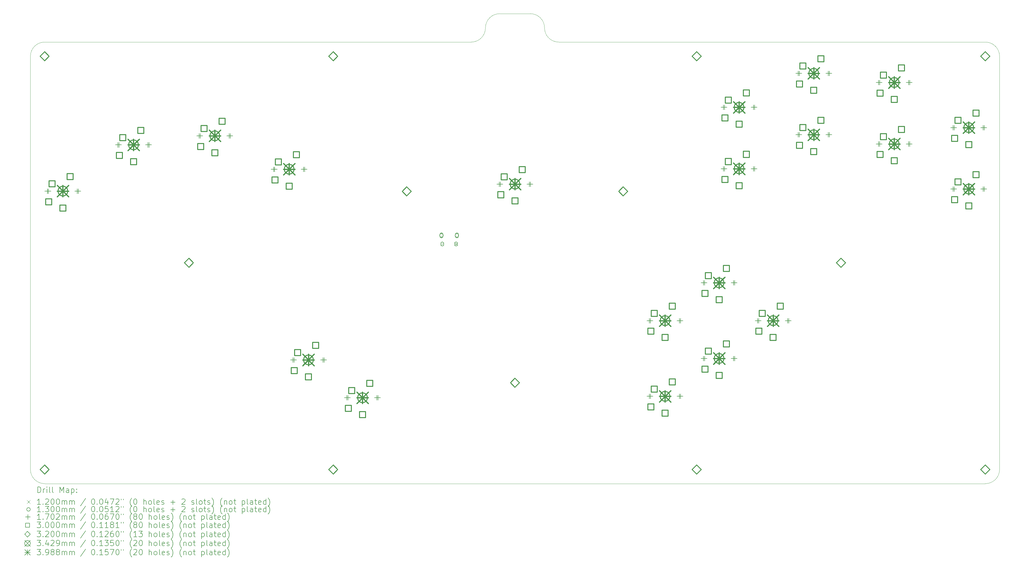
<source format=gbr>
%FSLAX45Y45*%
G04 Gerber Fmt 4.5, Leading zero omitted, Abs format (unit mm)*
G04 Created by KiCad (PCBNEW (6.0.4)) date 2022-11-01 18:28:46*
%MOMM*%
%LPD*%
G01*
G04 APERTURE LIST*
%TA.AperFunction,Profile*%
%ADD10C,0.050000*%
%TD*%
%ADD11C,0.200000*%
%ADD12C,0.120000*%
%ADD13C,0.130000*%
%ADD14C,0.170180*%
%ADD15C,0.300000*%
%ADD16C,0.320000*%
%ADD17C,0.342900*%
%ADD18C,0.398780*%
G04 APERTURE END LIST*
D10*
X39420000Y-23170000D02*
G75*
G03*
X39920000Y-22670000I0J500000D01*
G01*
X39920000Y-8120000D02*
G75*
G03*
X39420000Y-7620000I-500000J0D01*
G01*
X39420000Y-23170000D02*
X6300000Y-23170000D01*
X23900000Y-7120000D02*
G75*
G03*
X24400000Y-7620000I500000J0D01*
G01*
X39420000Y-7620000D02*
X24400000Y-7620000D01*
X5800000Y-22670000D02*
G75*
G03*
X6300000Y-23170000I500000J0D01*
G01*
X22320000Y-6620000D02*
G75*
G03*
X21820000Y-7120000I0J-500000D01*
G01*
X6300000Y-7620000D02*
G75*
G03*
X5800000Y-8120000I0J-500000D01*
G01*
X23900000Y-7120000D02*
G75*
G03*
X23400000Y-6620000I-500000J0D01*
G01*
X22320000Y-6620000D02*
X23400000Y-6620000D01*
X21320000Y-7620000D02*
G75*
G03*
X21820000Y-7120000I0J500000D01*
G01*
X39920000Y-8120000D02*
X39920000Y-22670000D01*
X5800000Y-8120000D02*
X5800000Y-22670000D01*
X21320000Y-7620000D02*
X6300000Y-7620000D01*
D11*
D12*
X20240475Y-14670047D02*
X20360475Y-14790047D01*
X20360475Y-14670047D02*
X20240475Y-14790047D01*
D11*
X20250475Y-14707547D02*
X20250475Y-14752547D01*
X20350475Y-14707547D02*
X20350475Y-14752547D01*
X20250475Y-14752547D02*
G75*
G03*
X20350475Y-14752547I50000J0D01*
G01*
X20350475Y-14707547D02*
G75*
G03*
X20250475Y-14707547I-50000J0D01*
G01*
D12*
X20725475Y-14670047D02*
X20845475Y-14790047D01*
X20845475Y-14670047D02*
X20725475Y-14790047D01*
D11*
X20735475Y-14707547D02*
X20735475Y-14752547D01*
X20835475Y-14707547D02*
X20835475Y-14752547D01*
X20735475Y-14752547D02*
G75*
G03*
X20835475Y-14752547I50000J0D01*
G01*
X20835475Y-14707547D02*
G75*
G03*
X20735475Y-14707547I-50000J0D01*
G01*
D13*
X20335475Y-14427047D02*
G75*
G03*
X20335475Y-14427047I-65000J0D01*
G01*
D11*
X20215475Y-14392047D02*
X20215475Y-14462047D01*
X20325475Y-14392047D02*
X20325475Y-14462047D01*
X20215475Y-14462047D02*
G75*
G03*
X20325475Y-14462047I55000J0D01*
G01*
X20325475Y-14392047D02*
G75*
G03*
X20215475Y-14392047I-55000J0D01*
G01*
D13*
X20880475Y-14427047D02*
G75*
G03*
X20880475Y-14427047I-65000J0D01*
G01*
D11*
X20760475Y-14392047D02*
X20760475Y-14462047D01*
X20870475Y-14392047D02*
X20870475Y-14462047D01*
X20760475Y-14462047D02*
G75*
G03*
X20870475Y-14462047I55000J0D01*
G01*
X20870475Y-14392047D02*
G75*
G03*
X20760475Y-14392047I-55000J0D01*
G01*
D14*
X6392848Y-12781745D02*
X6392848Y-12951925D01*
X6307758Y-12866835D02*
X6477938Y-12866835D01*
X6434848Y-12781745D02*
X6434848Y-12951925D01*
X6349758Y-12866835D02*
X6519938Y-12866835D01*
X7450848Y-12781745D02*
X7450848Y-12951925D01*
X7365758Y-12866835D02*
X7535938Y-12866835D01*
X7492848Y-12781745D02*
X7492848Y-12951925D01*
X7407758Y-12866835D02*
X7577938Y-12866835D01*
X8879495Y-11153797D02*
X8879495Y-11323977D01*
X8794405Y-11238887D02*
X8964585Y-11238887D01*
X8921495Y-11153797D02*
X8921495Y-11323977D01*
X8836405Y-11238887D02*
X9006585Y-11238887D01*
X9937495Y-11153797D02*
X9937495Y-11323977D01*
X9852405Y-11238887D02*
X10022585Y-11238887D01*
X9979495Y-11153797D02*
X9979495Y-11323977D01*
X9894405Y-11238887D02*
X10064585Y-11238887D01*
X11741821Y-10834713D02*
X11741821Y-11004893D01*
X11656731Y-10919803D02*
X11826911Y-10919803D01*
X11783821Y-10834713D02*
X11783821Y-11004893D01*
X11698731Y-10919803D02*
X11868911Y-10919803D01*
X12799821Y-10834713D02*
X12799821Y-11004893D01*
X12714731Y-10919803D02*
X12884911Y-10919803D01*
X12841821Y-10834713D02*
X12841821Y-11004893D01*
X12756731Y-10919803D02*
X12926911Y-10919803D01*
X14360000Y-12011660D02*
X14360000Y-12181840D01*
X14274910Y-12096750D02*
X14445090Y-12096750D01*
X14402000Y-12011660D02*
X14402000Y-12181840D01*
X14316910Y-12096750D02*
X14487090Y-12096750D01*
X15039460Y-18727036D02*
X15039460Y-18897216D01*
X14954370Y-18812126D02*
X15124550Y-18812126D01*
X15081460Y-18727036D02*
X15081460Y-18897216D01*
X14996370Y-18812126D02*
X15166550Y-18812126D01*
X15418000Y-12011660D02*
X15418000Y-12181840D01*
X15332910Y-12096750D02*
X15503090Y-12096750D01*
X15460000Y-12011660D02*
X15460000Y-12181840D01*
X15374910Y-12096750D02*
X15545090Y-12096750D01*
X16097460Y-18727036D02*
X16097460Y-18897216D01*
X16012370Y-18812126D02*
X16182550Y-18812126D01*
X16139460Y-18727036D02*
X16139460Y-18897216D01*
X16054370Y-18812126D02*
X16224550Y-18812126D01*
X16941960Y-20059136D02*
X16941960Y-20229316D01*
X16856870Y-20144226D02*
X17027050Y-20144226D01*
X16983960Y-20059136D02*
X16983960Y-20229316D01*
X16898870Y-20144226D02*
X17069050Y-20144226D01*
X17999960Y-20059136D02*
X17999960Y-20229316D01*
X17914870Y-20144226D02*
X18085050Y-20144226D01*
X18041960Y-20059136D02*
X18041960Y-20229316D01*
X17956870Y-20144226D02*
X18127050Y-20144226D01*
X22310000Y-12535535D02*
X22310000Y-12705715D01*
X22224910Y-12620625D02*
X22395090Y-12620625D01*
X22352000Y-12535535D02*
X22352000Y-12705715D01*
X22266910Y-12620625D02*
X22437090Y-12620625D01*
X23368000Y-12535535D02*
X23368000Y-12705715D01*
X23282910Y-12620625D02*
X23453090Y-12620625D01*
X23410000Y-12535535D02*
X23410000Y-12705715D01*
X23324910Y-12620625D02*
X23495090Y-12620625D01*
X27592745Y-17344168D02*
X27592745Y-17514348D01*
X27507655Y-17429258D02*
X27677835Y-17429258D01*
X27592745Y-20008368D02*
X27592745Y-20178548D01*
X27507655Y-20093458D02*
X27677835Y-20093458D01*
X27634745Y-17344168D02*
X27634745Y-17514348D01*
X27549655Y-17429258D02*
X27719835Y-17429258D01*
X27634745Y-20008368D02*
X27634745Y-20178548D01*
X27549655Y-20093458D02*
X27719835Y-20093458D01*
X28650745Y-17344168D02*
X28650745Y-17514348D01*
X28565655Y-17429258D02*
X28735835Y-17429258D01*
X28650745Y-20008368D02*
X28650745Y-20178548D01*
X28565655Y-20093458D02*
X28735835Y-20093458D01*
X28692745Y-17344168D02*
X28692745Y-17514348D01*
X28607655Y-17429258D02*
X28777835Y-17429258D01*
X28692745Y-20008368D02*
X28692745Y-20178548D01*
X28607655Y-20093458D02*
X28777835Y-20093458D01*
X29495245Y-16012068D02*
X29495245Y-16182248D01*
X29410155Y-16097158D02*
X29580335Y-16097158D01*
X29495245Y-18676268D02*
X29495245Y-18846448D01*
X29410155Y-18761358D02*
X29580335Y-18761358D01*
X29537245Y-16012068D02*
X29537245Y-16182248D01*
X29452155Y-16097158D02*
X29622335Y-16097158D01*
X29537245Y-18676268D02*
X29537245Y-18846448D01*
X29452155Y-18761358D02*
X29622335Y-18761358D01*
X30198825Y-9832415D02*
X30198825Y-10002595D01*
X30113735Y-9917505D02*
X30283915Y-9917505D01*
X30198825Y-11996415D02*
X30198825Y-12166595D01*
X30113735Y-12081505D02*
X30283915Y-12081505D01*
X30240825Y-9832415D02*
X30240825Y-10002595D01*
X30155735Y-9917505D02*
X30325915Y-9917505D01*
X30240825Y-11996415D02*
X30240825Y-12166595D01*
X30155735Y-12081505D02*
X30325915Y-12081505D01*
X30553245Y-16012068D02*
X30553245Y-16182248D01*
X30468155Y-16097158D02*
X30638335Y-16097158D01*
X30553245Y-18676268D02*
X30553245Y-18846448D01*
X30468155Y-18761358D02*
X30638335Y-18761358D01*
X30595245Y-16012068D02*
X30595245Y-16182248D01*
X30510155Y-16097158D02*
X30680335Y-16097158D01*
X30595245Y-18676268D02*
X30595245Y-18846448D01*
X30510155Y-18761358D02*
X30680335Y-18761358D01*
X31256825Y-9832415D02*
X31256825Y-10002595D01*
X31171735Y-9917505D02*
X31341915Y-9917505D01*
X31256825Y-11996415D02*
X31256825Y-12166595D01*
X31171735Y-12081505D02*
X31341915Y-12081505D01*
X31298825Y-9832415D02*
X31298825Y-10002595D01*
X31213735Y-9917505D02*
X31383915Y-9917505D01*
X31298825Y-11996415D02*
X31298825Y-12166595D01*
X31213735Y-12081505D02*
X31383915Y-12081505D01*
X31397745Y-17344168D02*
X31397745Y-17514348D01*
X31312655Y-17429258D02*
X31482835Y-17429258D01*
X31439745Y-17344168D02*
X31439745Y-17514348D01*
X31354655Y-17429258D02*
X31524835Y-17429258D01*
X32455745Y-17344168D02*
X32455745Y-17514348D01*
X32370655Y-17429258D02*
X32540835Y-17429258D01*
X32497745Y-17344168D02*
X32497745Y-17514348D01*
X32412655Y-17429258D02*
X32582835Y-17429258D01*
X32826845Y-8633670D02*
X32826845Y-8803850D01*
X32741755Y-8718760D02*
X32911935Y-8718760D01*
X32826845Y-10797670D02*
X32826845Y-10967850D01*
X32741755Y-10882760D02*
X32911935Y-10882760D01*
X32868845Y-8633670D02*
X32868845Y-8803850D01*
X32783755Y-8718760D02*
X32953935Y-8718760D01*
X32868845Y-10797670D02*
X32868845Y-10967850D01*
X32783755Y-10882760D02*
X32953935Y-10882760D01*
X33884845Y-8633670D02*
X33884845Y-8803850D01*
X33799755Y-8718760D02*
X33969935Y-8718760D01*
X33884845Y-10797670D02*
X33884845Y-10967850D01*
X33799755Y-10882760D02*
X33969935Y-10882760D01*
X33926845Y-8633670D02*
X33926845Y-8803850D01*
X33841755Y-8718760D02*
X34011935Y-8718760D01*
X33926845Y-10797670D02*
X33926845Y-10967850D01*
X33841755Y-10882760D02*
X34011935Y-10882760D01*
X35661717Y-8956409D02*
X35661717Y-9126589D01*
X35576627Y-9041499D02*
X35746807Y-9041499D01*
X35661717Y-11120409D02*
X35661717Y-11290589D01*
X35576627Y-11205499D02*
X35746807Y-11205499D01*
X35703717Y-8956409D02*
X35703717Y-9126589D01*
X35618627Y-9041499D02*
X35788807Y-9041499D01*
X35703717Y-11120409D02*
X35703717Y-11290589D01*
X35618627Y-11205499D02*
X35788807Y-11205499D01*
X36719717Y-8956409D02*
X36719717Y-9126589D01*
X36634627Y-9041499D02*
X36804807Y-9041499D01*
X36719717Y-11120409D02*
X36719717Y-11290589D01*
X36634627Y-11205499D02*
X36804807Y-11205499D01*
X36761717Y-8956409D02*
X36761717Y-9126589D01*
X36676627Y-9041499D02*
X36846807Y-9041499D01*
X36761717Y-11120409D02*
X36761717Y-11290589D01*
X36676627Y-11205499D02*
X36846807Y-11205499D01*
X38284128Y-10547052D02*
X38284128Y-10717232D01*
X38199038Y-10632142D02*
X38369218Y-10632142D01*
X38284128Y-12711052D02*
X38284128Y-12881232D01*
X38199038Y-12796142D02*
X38369218Y-12796142D01*
X38326128Y-10547052D02*
X38326128Y-10717232D01*
X38241038Y-10632142D02*
X38411218Y-10632142D01*
X38326128Y-12711052D02*
X38326128Y-12881232D01*
X38241038Y-12796142D02*
X38411218Y-12796142D01*
X39342128Y-10547052D02*
X39342128Y-10717232D01*
X39257038Y-10632142D02*
X39427218Y-10632142D01*
X39342128Y-12711052D02*
X39342128Y-12881232D01*
X39257038Y-12796142D02*
X39427218Y-12796142D01*
X39384128Y-10547052D02*
X39384128Y-10717232D01*
X39299038Y-10632142D02*
X39469218Y-10632142D01*
X39384128Y-12711052D02*
X39384128Y-12881232D01*
X39299038Y-12796142D02*
X39469218Y-12796142D01*
D15*
X6548915Y-13347902D02*
X6548915Y-13135768D01*
X6336781Y-13135768D01*
X6336781Y-13347902D01*
X6548915Y-13347902D01*
X6667915Y-12718902D02*
X6667915Y-12506768D01*
X6455781Y-12506768D01*
X6455781Y-12718902D01*
X6667915Y-12718902D01*
X7048915Y-13567902D02*
X7048915Y-13355768D01*
X6836781Y-13355768D01*
X6836781Y-13567902D01*
X7048915Y-13567902D01*
X7302915Y-12464902D02*
X7302915Y-12252768D01*
X7090781Y-12252768D01*
X7090781Y-12464902D01*
X7302915Y-12464902D01*
X9035562Y-11719954D02*
X9035562Y-11507820D01*
X8823428Y-11507820D01*
X8823428Y-11719954D01*
X9035562Y-11719954D01*
X9154562Y-11090954D02*
X9154562Y-10878820D01*
X8942428Y-10878820D01*
X8942428Y-11090954D01*
X9154562Y-11090954D01*
X9535562Y-11939954D02*
X9535562Y-11727820D01*
X9323428Y-11727820D01*
X9323428Y-11939954D01*
X9535562Y-11939954D01*
X9789562Y-10836954D02*
X9789562Y-10624820D01*
X9577428Y-10624820D01*
X9577428Y-10836954D01*
X9789562Y-10836954D01*
X11897888Y-11400870D02*
X11897888Y-11188736D01*
X11685754Y-11188736D01*
X11685754Y-11400870D01*
X11897888Y-11400870D01*
X12016888Y-10771870D02*
X12016888Y-10559736D01*
X11804754Y-10559736D01*
X11804754Y-10771870D01*
X12016888Y-10771870D01*
X12397888Y-11620870D02*
X12397888Y-11408736D01*
X12185754Y-11408736D01*
X12185754Y-11620870D01*
X12397888Y-11620870D01*
X12651888Y-10517870D02*
X12651888Y-10305736D01*
X12439754Y-10305736D01*
X12439754Y-10517870D01*
X12651888Y-10517870D01*
X14516067Y-12577817D02*
X14516067Y-12365683D01*
X14303933Y-12365683D01*
X14303933Y-12577817D01*
X14516067Y-12577817D01*
X14635067Y-11948817D02*
X14635067Y-11736683D01*
X14422933Y-11736683D01*
X14422933Y-11948817D01*
X14635067Y-11948817D01*
X15016067Y-12797817D02*
X15016067Y-12585683D01*
X14803933Y-12585683D01*
X14803933Y-12797817D01*
X15016067Y-12797817D01*
X15195527Y-19293193D02*
X15195527Y-19081059D01*
X14983393Y-19081059D01*
X14983393Y-19293193D01*
X15195527Y-19293193D01*
X15270067Y-11694817D02*
X15270067Y-11482683D01*
X15057933Y-11482683D01*
X15057933Y-11694817D01*
X15270067Y-11694817D01*
X15314527Y-18664193D02*
X15314527Y-18452059D01*
X15102393Y-18452059D01*
X15102393Y-18664193D01*
X15314527Y-18664193D01*
X15695527Y-19513193D02*
X15695527Y-19301059D01*
X15483393Y-19301059D01*
X15483393Y-19513193D01*
X15695527Y-19513193D01*
X15949527Y-18410193D02*
X15949527Y-18198059D01*
X15737393Y-18198059D01*
X15737393Y-18410193D01*
X15949527Y-18410193D01*
X17098027Y-20625293D02*
X17098027Y-20413159D01*
X16885893Y-20413159D01*
X16885893Y-20625293D01*
X17098027Y-20625293D01*
X17217027Y-19996293D02*
X17217027Y-19784159D01*
X17004893Y-19784159D01*
X17004893Y-19996293D01*
X17217027Y-19996293D01*
X17598027Y-20845293D02*
X17598027Y-20633159D01*
X17385893Y-20633159D01*
X17385893Y-20845293D01*
X17598027Y-20845293D01*
X17852027Y-19742293D02*
X17852027Y-19530159D01*
X17639893Y-19530159D01*
X17639893Y-19742293D01*
X17852027Y-19742293D01*
X22466067Y-13101692D02*
X22466067Y-12889558D01*
X22253933Y-12889558D01*
X22253933Y-13101692D01*
X22466067Y-13101692D01*
X22585067Y-12472692D02*
X22585067Y-12260558D01*
X22372933Y-12260558D01*
X22372933Y-12472692D01*
X22585067Y-12472692D01*
X22966067Y-13321692D02*
X22966067Y-13109558D01*
X22753933Y-13109558D01*
X22753933Y-13321692D01*
X22966067Y-13321692D01*
X23220067Y-12218692D02*
X23220067Y-12006558D01*
X23007933Y-12006558D01*
X23007933Y-12218692D01*
X23220067Y-12218692D01*
X27748812Y-17910325D02*
X27748812Y-17698191D01*
X27536678Y-17698191D01*
X27536678Y-17910325D01*
X27748812Y-17910325D01*
X27748812Y-20574525D02*
X27748812Y-20362391D01*
X27536678Y-20362391D01*
X27536678Y-20574525D01*
X27748812Y-20574525D01*
X27867812Y-17281325D02*
X27867812Y-17069191D01*
X27655678Y-17069191D01*
X27655678Y-17281325D01*
X27867812Y-17281325D01*
X27867812Y-19945525D02*
X27867812Y-19733391D01*
X27655678Y-19733391D01*
X27655678Y-19945525D01*
X27867812Y-19945525D01*
X28248812Y-18130325D02*
X28248812Y-17918191D01*
X28036678Y-17918191D01*
X28036678Y-18130325D01*
X28248812Y-18130325D01*
X28248812Y-20794525D02*
X28248812Y-20582391D01*
X28036678Y-20582391D01*
X28036678Y-20794525D01*
X28248812Y-20794525D01*
X28502812Y-17027325D02*
X28502812Y-16815191D01*
X28290678Y-16815191D01*
X28290678Y-17027325D01*
X28502812Y-17027325D01*
X28502812Y-19691525D02*
X28502812Y-19479391D01*
X28290678Y-19479391D01*
X28290678Y-19691525D01*
X28502812Y-19691525D01*
X29651312Y-16578225D02*
X29651312Y-16366091D01*
X29439178Y-16366091D01*
X29439178Y-16578225D01*
X29651312Y-16578225D01*
X29651312Y-19242425D02*
X29651312Y-19030291D01*
X29439178Y-19030291D01*
X29439178Y-19242425D01*
X29651312Y-19242425D01*
X29770312Y-15949225D02*
X29770312Y-15737091D01*
X29558178Y-15737091D01*
X29558178Y-15949225D01*
X29770312Y-15949225D01*
X29770312Y-18613425D02*
X29770312Y-18401291D01*
X29558178Y-18401291D01*
X29558178Y-18613425D01*
X29770312Y-18613425D01*
X30151312Y-16798225D02*
X30151312Y-16586091D01*
X29939178Y-16586091D01*
X29939178Y-16798225D01*
X30151312Y-16798225D01*
X30151312Y-19462425D02*
X30151312Y-19250291D01*
X29939178Y-19250291D01*
X29939178Y-19462425D01*
X30151312Y-19462425D01*
X30354892Y-10398572D02*
X30354892Y-10186438D01*
X30142758Y-10186438D01*
X30142758Y-10398572D01*
X30354892Y-10398572D01*
X30354892Y-12562572D02*
X30354892Y-12350438D01*
X30142758Y-12350438D01*
X30142758Y-12562572D01*
X30354892Y-12562572D01*
X30405312Y-15695225D02*
X30405312Y-15483091D01*
X30193178Y-15483091D01*
X30193178Y-15695225D01*
X30405312Y-15695225D01*
X30405312Y-18359425D02*
X30405312Y-18147291D01*
X30193178Y-18147291D01*
X30193178Y-18359425D01*
X30405312Y-18359425D01*
X30473892Y-9769572D02*
X30473892Y-9557438D01*
X30261758Y-9557438D01*
X30261758Y-9769572D01*
X30473892Y-9769572D01*
X30473892Y-11933572D02*
X30473892Y-11721438D01*
X30261758Y-11721438D01*
X30261758Y-11933572D01*
X30473892Y-11933572D01*
X30854892Y-10618572D02*
X30854892Y-10406438D01*
X30642758Y-10406438D01*
X30642758Y-10618572D01*
X30854892Y-10618572D01*
X30854892Y-12782572D02*
X30854892Y-12570438D01*
X30642758Y-12570438D01*
X30642758Y-12782572D01*
X30854892Y-12782572D01*
X31108892Y-9515572D02*
X31108892Y-9303438D01*
X30896758Y-9303438D01*
X30896758Y-9515572D01*
X31108892Y-9515572D01*
X31108892Y-11679572D02*
X31108892Y-11467438D01*
X30896758Y-11467438D01*
X30896758Y-11679572D01*
X31108892Y-11679572D01*
X31553812Y-17910325D02*
X31553812Y-17698191D01*
X31341678Y-17698191D01*
X31341678Y-17910325D01*
X31553812Y-17910325D01*
X31672812Y-17281325D02*
X31672812Y-17069191D01*
X31460678Y-17069191D01*
X31460678Y-17281325D01*
X31672812Y-17281325D01*
X32053812Y-18130325D02*
X32053812Y-17918191D01*
X31841678Y-17918191D01*
X31841678Y-18130325D01*
X32053812Y-18130325D01*
X32307812Y-17027325D02*
X32307812Y-16815191D01*
X32095678Y-16815191D01*
X32095678Y-17027325D01*
X32307812Y-17027325D01*
X32982912Y-9199827D02*
X32982912Y-8987693D01*
X32770778Y-8987693D01*
X32770778Y-9199827D01*
X32982912Y-9199827D01*
X32982912Y-11363826D02*
X32982912Y-11151693D01*
X32770778Y-11151693D01*
X32770778Y-11363826D01*
X32982912Y-11363826D01*
X33101912Y-8570827D02*
X33101912Y-8358692D01*
X32889778Y-8358692D01*
X32889778Y-8570827D01*
X33101912Y-8570827D01*
X33101912Y-10734827D02*
X33101912Y-10522693D01*
X32889778Y-10522693D01*
X32889778Y-10734827D01*
X33101912Y-10734827D01*
X33482912Y-9419827D02*
X33482912Y-9207693D01*
X33270778Y-9207693D01*
X33270778Y-9419827D01*
X33482912Y-9419827D01*
X33482912Y-11583826D02*
X33482912Y-11371692D01*
X33270778Y-11371692D01*
X33270778Y-11583826D01*
X33482912Y-11583826D01*
X33736912Y-8316826D02*
X33736912Y-8104692D01*
X33524778Y-8104692D01*
X33524778Y-8316826D01*
X33736912Y-8316826D01*
X33736912Y-10480827D02*
X33736912Y-10268693D01*
X33524778Y-10268693D01*
X33524778Y-10480827D01*
X33736912Y-10480827D01*
X35817784Y-9522566D02*
X35817784Y-9310432D01*
X35605650Y-9310432D01*
X35605650Y-9522566D01*
X35817784Y-9522566D01*
X35817784Y-11686566D02*
X35817784Y-11474432D01*
X35605650Y-11474432D01*
X35605650Y-11686566D01*
X35817784Y-11686566D01*
X35936784Y-8893566D02*
X35936784Y-8681432D01*
X35724650Y-8681432D01*
X35724650Y-8893566D01*
X35936784Y-8893566D01*
X35936784Y-11057566D02*
X35936784Y-10845432D01*
X35724650Y-10845432D01*
X35724650Y-11057566D01*
X35936784Y-11057566D01*
X36317784Y-9742566D02*
X36317784Y-9530432D01*
X36105650Y-9530432D01*
X36105650Y-9742566D01*
X36317784Y-9742566D01*
X36317784Y-11906566D02*
X36317784Y-11694432D01*
X36105650Y-11694432D01*
X36105650Y-11906566D01*
X36317784Y-11906566D01*
X36571784Y-8639566D02*
X36571784Y-8427432D01*
X36359650Y-8427432D01*
X36359650Y-8639566D01*
X36571784Y-8639566D01*
X36571784Y-10803566D02*
X36571784Y-10591432D01*
X36359650Y-10591432D01*
X36359650Y-10803566D01*
X36571784Y-10803566D01*
X38440195Y-11113209D02*
X38440195Y-10901075D01*
X38228061Y-10901075D01*
X38228061Y-11113209D01*
X38440195Y-11113209D01*
X38440195Y-13277209D02*
X38440195Y-13065075D01*
X38228061Y-13065075D01*
X38228061Y-13277209D01*
X38440195Y-13277209D01*
X38559195Y-10484209D02*
X38559195Y-10272075D01*
X38347061Y-10272075D01*
X38347061Y-10484209D01*
X38559195Y-10484209D01*
X38559195Y-12648209D02*
X38559195Y-12436075D01*
X38347061Y-12436075D01*
X38347061Y-12648209D01*
X38559195Y-12648209D01*
X38940195Y-11333209D02*
X38940195Y-11121075D01*
X38728061Y-11121075D01*
X38728061Y-11333209D01*
X38940195Y-11333209D01*
X38940195Y-13497209D02*
X38940195Y-13285075D01*
X38728061Y-13285075D01*
X38728061Y-13497209D01*
X38940195Y-13497209D01*
X39194195Y-10230209D02*
X39194195Y-10018075D01*
X38982061Y-10018075D01*
X38982061Y-10230209D01*
X39194195Y-10230209D01*
X39194195Y-12394209D02*
X39194195Y-12182075D01*
X38982061Y-12182075D01*
X38982061Y-12394209D01*
X39194195Y-12394209D01*
D16*
X6300000Y-8280000D02*
X6460000Y-8120000D01*
X6300000Y-7960000D01*
X6140000Y-8120000D01*
X6300000Y-8280000D01*
X6300000Y-22830000D02*
X6460000Y-22670000D01*
X6300000Y-22510000D01*
X6140000Y-22670000D01*
X6300000Y-22830000D01*
X11380000Y-15555000D02*
X11540000Y-15395000D01*
X11380000Y-15235000D01*
X11220000Y-15395000D01*
X11380000Y-15555000D01*
X16460000Y-8280000D02*
X16620000Y-8120000D01*
X16460000Y-7960000D01*
X16300000Y-8120000D01*
X16460000Y-8280000D01*
X16460000Y-22830000D02*
X16620000Y-22670000D01*
X16460000Y-22510000D01*
X16300000Y-22670000D01*
X16460000Y-22830000D01*
X19050000Y-13034625D02*
X19210000Y-12874625D01*
X19050000Y-12714625D01*
X18890000Y-12874625D01*
X19050000Y-13034625D01*
X22860000Y-19780000D02*
X23020000Y-19620000D01*
X22860000Y-19460000D01*
X22700000Y-19620000D01*
X22860000Y-19780000D01*
X26670000Y-13034625D02*
X26830000Y-12874625D01*
X26670000Y-12714625D01*
X26510000Y-12874625D01*
X26670000Y-13034625D01*
X29260000Y-8280000D02*
X29420000Y-8120000D01*
X29260000Y-7960000D01*
X29100000Y-8120000D01*
X29260000Y-8280000D01*
X29260000Y-22830000D02*
X29420000Y-22670000D01*
X29260000Y-22510000D01*
X29100000Y-22670000D01*
X29260000Y-22830000D01*
X34340000Y-15555000D02*
X34500000Y-15395000D01*
X34340000Y-15235000D01*
X34180000Y-15395000D01*
X34340000Y-15555000D01*
X39420000Y-8280000D02*
X39580000Y-8120000D01*
X39420000Y-7960000D01*
X39260000Y-8120000D01*
X39420000Y-8280000D01*
X39420000Y-22830000D02*
X39580000Y-22670000D01*
X39420000Y-22510000D01*
X39260000Y-22670000D01*
X39420000Y-22830000D01*
D17*
X6771398Y-12695385D02*
X7114298Y-13038285D01*
X7114298Y-12695385D02*
X6771398Y-13038285D01*
X7114298Y-12866835D02*
G75*
G03*
X7114298Y-12866835I-171450J0D01*
G01*
X9258045Y-11067437D02*
X9600945Y-11410337D01*
X9600945Y-11067437D02*
X9258045Y-11410337D01*
X9600945Y-11238887D02*
G75*
G03*
X9600945Y-11238887I-171450J0D01*
G01*
X12120371Y-10748353D02*
X12463271Y-11091253D01*
X12463271Y-10748353D02*
X12120371Y-11091253D01*
X12463271Y-10919803D02*
G75*
G03*
X12463271Y-10919803I-171450J0D01*
G01*
X14738550Y-11925300D02*
X15081450Y-12268200D01*
X15081450Y-11925300D02*
X14738550Y-12268200D01*
X15081450Y-12096750D02*
G75*
G03*
X15081450Y-12096750I-171450J0D01*
G01*
X15418010Y-18640676D02*
X15760910Y-18983576D01*
X15760910Y-18640676D02*
X15418010Y-18983576D01*
X15760910Y-18812126D02*
G75*
G03*
X15760910Y-18812126I-171450J0D01*
G01*
X17320510Y-19972776D02*
X17663410Y-20315676D01*
X17663410Y-19972776D02*
X17320510Y-20315676D01*
X17663410Y-20144226D02*
G75*
G03*
X17663410Y-20144226I-171450J0D01*
G01*
X22688550Y-12449175D02*
X23031450Y-12792075D01*
X23031450Y-12449175D02*
X22688550Y-12792075D01*
X23031450Y-12620625D02*
G75*
G03*
X23031450Y-12620625I-171450J0D01*
G01*
X27971295Y-17257808D02*
X28314195Y-17600708D01*
X28314195Y-17257808D02*
X27971295Y-17600708D01*
X28314195Y-17429258D02*
G75*
G03*
X28314195Y-17429258I-171450J0D01*
G01*
X27971295Y-19922008D02*
X28314195Y-20264908D01*
X28314195Y-19922008D02*
X27971295Y-20264908D01*
X28314195Y-20093458D02*
G75*
G03*
X28314195Y-20093458I-171450J0D01*
G01*
X29873795Y-15925708D02*
X30216695Y-16268608D01*
X30216695Y-15925708D02*
X29873795Y-16268608D01*
X30216695Y-16097158D02*
G75*
G03*
X30216695Y-16097158I-171450J0D01*
G01*
X29873795Y-18589908D02*
X30216695Y-18932808D01*
X30216695Y-18589908D02*
X29873795Y-18932808D01*
X30216695Y-18761358D02*
G75*
G03*
X30216695Y-18761358I-171450J0D01*
G01*
X30577375Y-9746055D02*
X30920275Y-10088955D01*
X30920275Y-9746055D02*
X30577375Y-10088955D01*
X30920275Y-9917505D02*
G75*
G03*
X30920275Y-9917505I-171450J0D01*
G01*
X30577375Y-11910055D02*
X30920275Y-12252955D01*
X30920275Y-11910055D02*
X30577375Y-12252955D01*
X30920275Y-12081505D02*
G75*
G03*
X30920275Y-12081505I-171450J0D01*
G01*
X31776295Y-17257808D02*
X32119195Y-17600708D01*
X32119195Y-17257808D02*
X31776295Y-17600708D01*
X32119195Y-17429258D02*
G75*
G03*
X32119195Y-17429258I-171450J0D01*
G01*
X33205395Y-8547310D02*
X33548295Y-8890210D01*
X33548295Y-8547310D02*
X33205395Y-8890210D01*
X33548295Y-8718760D02*
G75*
G03*
X33548295Y-8718760I-171450J0D01*
G01*
X33205395Y-10711310D02*
X33548295Y-11054210D01*
X33548295Y-10711310D02*
X33205395Y-11054210D01*
X33548295Y-10882760D02*
G75*
G03*
X33548295Y-10882760I-171450J0D01*
G01*
X36040267Y-8870049D02*
X36383167Y-9212949D01*
X36383167Y-8870049D02*
X36040267Y-9212949D01*
X36383167Y-9041499D02*
G75*
G03*
X36383167Y-9041499I-171450J0D01*
G01*
X36040267Y-11034049D02*
X36383167Y-11376949D01*
X36383167Y-11034049D02*
X36040267Y-11376949D01*
X36383167Y-11205499D02*
G75*
G03*
X36383167Y-11205499I-171450J0D01*
G01*
X38662678Y-10460692D02*
X39005578Y-10803592D01*
X39005578Y-10460692D02*
X38662678Y-10803592D01*
X39005578Y-10632142D02*
G75*
G03*
X39005578Y-10632142I-171450J0D01*
G01*
X38662678Y-12624692D02*
X39005578Y-12967592D01*
X39005578Y-12624692D02*
X38662678Y-12967592D01*
X39005578Y-12796142D02*
G75*
G03*
X39005578Y-12796142I-171450J0D01*
G01*
D18*
X6743458Y-12667445D02*
X7142238Y-13066225D01*
X7142238Y-12667445D02*
X6743458Y-13066225D01*
X6942848Y-12667445D02*
X6942848Y-13066225D01*
X6743458Y-12866835D02*
X7142238Y-12866835D01*
X9230105Y-11039497D02*
X9628885Y-11438277D01*
X9628885Y-11039497D02*
X9230105Y-11438277D01*
X9429495Y-11039497D02*
X9429495Y-11438277D01*
X9230105Y-11238887D02*
X9628885Y-11238887D01*
X12092431Y-10720413D02*
X12491211Y-11119193D01*
X12491211Y-10720413D02*
X12092431Y-11119193D01*
X12291821Y-10720413D02*
X12291821Y-11119193D01*
X12092431Y-10919803D02*
X12491211Y-10919803D01*
X14710610Y-11897360D02*
X15109390Y-12296140D01*
X15109390Y-11897360D02*
X14710610Y-12296140D01*
X14910000Y-11897360D02*
X14910000Y-12296140D01*
X14710610Y-12096750D02*
X15109390Y-12096750D01*
X15390070Y-18612736D02*
X15788850Y-19011516D01*
X15788850Y-18612736D02*
X15390070Y-19011516D01*
X15589460Y-18612736D02*
X15589460Y-19011516D01*
X15390070Y-18812126D02*
X15788850Y-18812126D01*
X17292570Y-19944836D02*
X17691350Y-20343616D01*
X17691350Y-19944836D02*
X17292570Y-20343616D01*
X17491960Y-19944836D02*
X17491960Y-20343616D01*
X17292570Y-20144226D02*
X17691350Y-20144226D01*
X22660610Y-12421235D02*
X23059390Y-12820015D01*
X23059390Y-12421235D02*
X22660610Y-12820015D01*
X22860000Y-12421235D02*
X22860000Y-12820015D01*
X22660610Y-12620625D02*
X23059390Y-12620625D01*
X27943355Y-17229868D02*
X28342135Y-17628648D01*
X28342135Y-17229868D02*
X27943355Y-17628648D01*
X28142745Y-17229868D02*
X28142745Y-17628648D01*
X27943355Y-17429258D02*
X28342135Y-17429258D01*
X27943355Y-19894068D02*
X28342135Y-20292848D01*
X28342135Y-19894068D02*
X27943355Y-20292848D01*
X28142745Y-19894068D02*
X28142745Y-20292848D01*
X27943355Y-20093458D02*
X28342135Y-20093458D01*
X29845855Y-15897768D02*
X30244635Y-16296548D01*
X30244635Y-15897768D02*
X29845855Y-16296548D01*
X30045245Y-15897768D02*
X30045245Y-16296548D01*
X29845855Y-16097158D02*
X30244635Y-16097158D01*
X29845855Y-18561968D02*
X30244635Y-18960748D01*
X30244635Y-18561968D02*
X29845855Y-18960748D01*
X30045245Y-18561968D02*
X30045245Y-18960748D01*
X29845855Y-18761358D02*
X30244635Y-18761358D01*
X30549435Y-9718115D02*
X30948215Y-10116895D01*
X30948215Y-9718115D02*
X30549435Y-10116895D01*
X30748825Y-9718115D02*
X30748825Y-10116895D01*
X30549435Y-9917505D02*
X30948215Y-9917505D01*
X30549435Y-11882115D02*
X30948215Y-12280895D01*
X30948215Y-11882115D02*
X30549435Y-12280895D01*
X30748825Y-11882115D02*
X30748825Y-12280895D01*
X30549435Y-12081505D02*
X30948215Y-12081505D01*
X31748355Y-17229868D02*
X32147135Y-17628648D01*
X32147135Y-17229868D02*
X31748355Y-17628648D01*
X31947745Y-17229868D02*
X31947745Y-17628648D01*
X31748355Y-17429258D02*
X32147135Y-17429258D01*
X33177455Y-8519370D02*
X33576235Y-8918150D01*
X33576235Y-8519370D02*
X33177455Y-8918150D01*
X33376845Y-8519370D02*
X33376845Y-8918150D01*
X33177455Y-8718760D02*
X33576235Y-8718760D01*
X33177455Y-10683370D02*
X33576235Y-11082150D01*
X33576235Y-10683370D02*
X33177455Y-11082150D01*
X33376845Y-10683370D02*
X33376845Y-11082150D01*
X33177455Y-10882760D02*
X33576235Y-10882760D01*
X36012327Y-8842109D02*
X36411107Y-9240889D01*
X36411107Y-8842109D02*
X36012327Y-9240889D01*
X36211717Y-8842109D02*
X36211717Y-9240889D01*
X36012327Y-9041499D02*
X36411107Y-9041499D01*
X36012327Y-11006109D02*
X36411107Y-11404889D01*
X36411107Y-11006109D02*
X36012327Y-11404889D01*
X36211717Y-11006109D02*
X36211717Y-11404889D01*
X36012327Y-11205499D02*
X36411107Y-11205499D01*
X38634738Y-10432752D02*
X39033518Y-10831532D01*
X39033518Y-10432752D02*
X38634738Y-10831532D01*
X38834128Y-10432752D02*
X38834128Y-10831532D01*
X38634738Y-10632142D02*
X39033518Y-10632142D01*
X38634738Y-12596752D02*
X39033518Y-12995532D01*
X39033518Y-12596752D02*
X38634738Y-12995532D01*
X38834128Y-12596752D02*
X38834128Y-12995532D01*
X38634738Y-12796142D02*
X39033518Y-12796142D01*
D11*
X6055119Y-23482976D02*
X6055119Y-23282976D01*
X6102738Y-23282976D01*
X6131309Y-23292500D01*
X6150357Y-23311548D01*
X6159881Y-23330595D01*
X6169405Y-23368690D01*
X6169405Y-23397262D01*
X6159881Y-23435357D01*
X6150357Y-23454405D01*
X6131309Y-23473452D01*
X6102738Y-23482976D01*
X6055119Y-23482976D01*
X6255119Y-23482976D02*
X6255119Y-23349643D01*
X6255119Y-23387738D02*
X6264643Y-23368690D01*
X6274167Y-23359167D01*
X6293214Y-23349643D01*
X6312262Y-23349643D01*
X6378928Y-23482976D02*
X6378928Y-23349643D01*
X6378928Y-23282976D02*
X6369405Y-23292500D01*
X6378928Y-23302024D01*
X6388452Y-23292500D01*
X6378928Y-23282976D01*
X6378928Y-23302024D01*
X6502738Y-23482976D02*
X6483690Y-23473452D01*
X6474167Y-23454405D01*
X6474167Y-23282976D01*
X6607500Y-23482976D02*
X6588452Y-23473452D01*
X6578928Y-23454405D01*
X6578928Y-23282976D01*
X6836071Y-23482976D02*
X6836071Y-23282976D01*
X6902738Y-23425833D01*
X6969405Y-23282976D01*
X6969405Y-23482976D01*
X7150357Y-23482976D02*
X7150357Y-23378214D01*
X7140833Y-23359167D01*
X7121786Y-23349643D01*
X7083690Y-23349643D01*
X7064643Y-23359167D01*
X7150357Y-23473452D02*
X7131309Y-23482976D01*
X7083690Y-23482976D01*
X7064643Y-23473452D01*
X7055119Y-23454405D01*
X7055119Y-23435357D01*
X7064643Y-23416309D01*
X7083690Y-23406786D01*
X7131309Y-23406786D01*
X7150357Y-23397262D01*
X7245595Y-23349643D02*
X7245595Y-23549643D01*
X7245595Y-23359167D02*
X7264643Y-23349643D01*
X7302738Y-23349643D01*
X7321786Y-23359167D01*
X7331309Y-23368690D01*
X7340833Y-23387738D01*
X7340833Y-23444881D01*
X7331309Y-23463928D01*
X7321786Y-23473452D01*
X7302738Y-23482976D01*
X7264643Y-23482976D01*
X7245595Y-23473452D01*
X7426548Y-23463928D02*
X7436071Y-23473452D01*
X7426548Y-23482976D01*
X7417024Y-23473452D01*
X7426548Y-23463928D01*
X7426548Y-23482976D01*
X7426548Y-23359167D02*
X7436071Y-23368690D01*
X7426548Y-23378214D01*
X7417024Y-23368690D01*
X7426548Y-23359167D01*
X7426548Y-23378214D01*
D12*
X5677500Y-23752500D02*
X5797500Y-23872500D01*
X5797500Y-23752500D02*
X5677500Y-23872500D01*
D11*
X6159881Y-23902976D02*
X6045595Y-23902976D01*
X6102738Y-23902976D02*
X6102738Y-23702976D01*
X6083690Y-23731548D01*
X6064643Y-23750595D01*
X6045595Y-23760119D01*
X6245595Y-23883928D02*
X6255119Y-23893452D01*
X6245595Y-23902976D01*
X6236071Y-23893452D01*
X6245595Y-23883928D01*
X6245595Y-23902976D01*
X6331309Y-23722024D02*
X6340833Y-23712500D01*
X6359881Y-23702976D01*
X6407500Y-23702976D01*
X6426548Y-23712500D01*
X6436071Y-23722024D01*
X6445595Y-23741071D01*
X6445595Y-23760119D01*
X6436071Y-23788690D01*
X6321786Y-23902976D01*
X6445595Y-23902976D01*
X6569405Y-23702976D02*
X6588452Y-23702976D01*
X6607500Y-23712500D01*
X6617024Y-23722024D01*
X6626548Y-23741071D01*
X6636071Y-23779167D01*
X6636071Y-23826786D01*
X6626548Y-23864881D01*
X6617024Y-23883928D01*
X6607500Y-23893452D01*
X6588452Y-23902976D01*
X6569405Y-23902976D01*
X6550357Y-23893452D01*
X6540833Y-23883928D01*
X6531309Y-23864881D01*
X6521786Y-23826786D01*
X6521786Y-23779167D01*
X6531309Y-23741071D01*
X6540833Y-23722024D01*
X6550357Y-23712500D01*
X6569405Y-23702976D01*
X6759881Y-23702976D02*
X6778928Y-23702976D01*
X6797976Y-23712500D01*
X6807500Y-23722024D01*
X6817024Y-23741071D01*
X6826548Y-23779167D01*
X6826548Y-23826786D01*
X6817024Y-23864881D01*
X6807500Y-23883928D01*
X6797976Y-23893452D01*
X6778928Y-23902976D01*
X6759881Y-23902976D01*
X6740833Y-23893452D01*
X6731309Y-23883928D01*
X6721786Y-23864881D01*
X6712262Y-23826786D01*
X6712262Y-23779167D01*
X6721786Y-23741071D01*
X6731309Y-23722024D01*
X6740833Y-23712500D01*
X6759881Y-23702976D01*
X6912262Y-23902976D02*
X6912262Y-23769643D01*
X6912262Y-23788690D02*
X6921786Y-23779167D01*
X6940833Y-23769643D01*
X6969405Y-23769643D01*
X6988452Y-23779167D01*
X6997976Y-23798214D01*
X6997976Y-23902976D01*
X6997976Y-23798214D02*
X7007500Y-23779167D01*
X7026548Y-23769643D01*
X7055119Y-23769643D01*
X7074167Y-23779167D01*
X7083690Y-23798214D01*
X7083690Y-23902976D01*
X7178928Y-23902976D02*
X7178928Y-23769643D01*
X7178928Y-23788690D02*
X7188452Y-23779167D01*
X7207500Y-23769643D01*
X7236071Y-23769643D01*
X7255119Y-23779167D01*
X7264643Y-23798214D01*
X7264643Y-23902976D01*
X7264643Y-23798214D02*
X7274167Y-23779167D01*
X7293214Y-23769643D01*
X7321786Y-23769643D01*
X7340833Y-23779167D01*
X7350357Y-23798214D01*
X7350357Y-23902976D01*
X7740833Y-23693452D02*
X7569405Y-23950595D01*
X7997976Y-23702976D02*
X8017024Y-23702976D01*
X8036071Y-23712500D01*
X8045595Y-23722024D01*
X8055119Y-23741071D01*
X8064643Y-23779167D01*
X8064643Y-23826786D01*
X8055119Y-23864881D01*
X8045595Y-23883928D01*
X8036071Y-23893452D01*
X8017024Y-23902976D01*
X7997976Y-23902976D01*
X7978928Y-23893452D01*
X7969405Y-23883928D01*
X7959881Y-23864881D01*
X7950357Y-23826786D01*
X7950357Y-23779167D01*
X7959881Y-23741071D01*
X7969405Y-23722024D01*
X7978928Y-23712500D01*
X7997976Y-23702976D01*
X8150357Y-23883928D02*
X8159881Y-23893452D01*
X8150357Y-23902976D01*
X8140833Y-23893452D01*
X8150357Y-23883928D01*
X8150357Y-23902976D01*
X8283690Y-23702976D02*
X8302738Y-23702976D01*
X8321786Y-23712500D01*
X8331309Y-23722024D01*
X8340833Y-23741071D01*
X8350357Y-23779167D01*
X8350357Y-23826786D01*
X8340833Y-23864881D01*
X8331309Y-23883928D01*
X8321786Y-23893452D01*
X8302738Y-23902976D01*
X8283690Y-23902976D01*
X8264643Y-23893452D01*
X8255119Y-23883928D01*
X8245595Y-23864881D01*
X8236071Y-23826786D01*
X8236071Y-23779167D01*
X8245595Y-23741071D01*
X8255119Y-23722024D01*
X8264643Y-23712500D01*
X8283690Y-23702976D01*
X8521786Y-23769643D02*
X8521786Y-23902976D01*
X8474167Y-23693452D02*
X8426548Y-23836309D01*
X8550357Y-23836309D01*
X8607500Y-23702976D02*
X8740833Y-23702976D01*
X8655119Y-23902976D01*
X8807500Y-23722024D02*
X8817024Y-23712500D01*
X8836071Y-23702976D01*
X8883690Y-23702976D01*
X8902738Y-23712500D01*
X8912262Y-23722024D01*
X8921786Y-23741071D01*
X8921786Y-23760119D01*
X8912262Y-23788690D01*
X8797976Y-23902976D01*
X8921786Y-23902976D01*
X8997976Y-23702976D02*
X8997976Y-23741071D01*
X9074167Y-23702976D02*
X9074167Y-23741071D01*
X9369405Y-23979167D02*
X9359881Y-23969643D01*
X9340833Y-23941071D01*
X9331310Y-23922024D01*
X9321786Y-23893452D01*
X9312262Y-23845833D01*
X9312262Y-23807738D01*
X9321786Y-23760119D01*
X9331310Y-23731548D01*
X9340833Y-23712500D01*
X9359881Y-23683928D01*
X9369405Y-23674405D01*
X9483690Y-23702976D02*
X9502738Y-23702976D01*
X9521786Y-23712500D01*
X9531310Y-23722024D01*
X9540833Y-23741071D01*
X9550357Y-23779167D01*
X9550357Y-23826786D01*
X9540833Y-23864881D01*
X9531310Y-23883928D01*
X9521786Y-23893452D01*
X9502738Y-23902976D01*
X9483690Y-23902976D01*
X9464643Y-23893452D01*
X9455119Y-23883928D01*
X9445595Y-23864881D01*
X9436071Y-23826786D01*
X9436071Y-23779167D01*
X9445595Y-23741071D01*
X9455119Y-23722024D01*
X9464643Y-23712500D01*
X9483690Y-23702976D01*
X9788452Y-23902976D02*
X9788452Y-23702976D01*
X9874167Y-23902976D02*
X9874167Y-23798214D01*
X9864643Y-23779167D01*
X9845595Y-23769643D01*
X9817024Y-23769643D01*
X9797976Y-23779167D01*
X9788452Y-23788690D01*
X9997976Y-23902976D02*
X9978929Y-23893452D01*
X9969405Y-23883928D01*
X9959881Y-23864881D01*
X9959881Y-23807738D01*
X9969405Y-23788690D01*
X9978929Y-23779167D01*
X9997976Y-23769643D01*
X10026548Y-23769643D01*
X10045595Y-23779167D01*
X10055119Y-23788690D01*
X10064643Y-23807738D01*
X10064643Y-23864881D01*
X10055119Y-23883928D01*
X10045595Y-23893452D01*
X10026548Y-23902976D01*
X9997976Y-23902976D01*
X10178929Y-23902976D02*
X10159881Y-23893452D01*
X10150357Y-23874405D01*
X10150357Y-23702976D01*
X10331310Y-23893452D02*
X10312262Y-23902976D01*
X10274167Y-23902976D01*
X10255119Y-23893452D01*
X10245595Y-23874405D01*
X10245595Y-23798214D01*
X10255119Y-23779167D01*
X10274167Y-23769643D01*
X10312262Y-23769643D01*
X10331310Y-23779167D01*
X10340833Y-23798214D01*
X10340833Y-23817262D01*
X10245595Y-23836309D01*
X10417024Y-23893452D02*
X10436071Y-23902976D01*
X10474167Y-23902976D01*
X10493214Y-23893452D01*
X10502738Y-23874405D01*
X10502738Y-23864881D01*
X10493214Y-23845833D01*
X10474167Y-23836309D01*
X10445595Y-23836309D01*
X10426548Y-23826786D01*
X10417024Y-23807738D01*
X10417024Y-23798214D01*
X10426548Y-23779167D01*
X10445595Y-23769643D01*
X10474167Y-23769643D01*
X10493214Y-23779167D01*
X10740833Y-23826786D02*
X10893214Y-23826786D01*
X10817024Y-23902976D02*
X10817024Y-23750595D01*
X11131310Y-23722024D02*
X11140833Y-23712500D01*
X11159881Y-23702976D01*
X11207500Y-23702976D01*
X11226548Y-23712500D01*
X11236071Y-23722024D01*
X11245595Y-23741071D01*
X11245595Y-23760119D01*
X11236071Y-23788690D01*
X11121786Y-23902976D01*
X11245595Y-23902976D01*
X11474167Y-23893452D02*
X11493214Y-23902976D01*
X11531309Y-23902976D01*
X11550357Y-23893452D01*
X11559881Y-23874405D01*
X11559881Y-23864881D01*
X11550357Y-23845833D01*
X11531309Y-23836309D01*
X11502738Y-23836309D01*
X11483690Y-23826786D01*
X11474167Y-23807738D01*
X11474167Y-23798214D01*
X11483690Y-23779167D01*
X11502738Y-23769643D01*
X11531309Y-23769643D01*
X11550357Y-23779167D01*
X11674167Y-23902976D02*
X11655119Y-23893452D01*
X11645595Y-23874405D01*
X11645595Y-23702976D01*
X11778928Y-23902976D02*
X11759881Y-23893452D01*
X11750357Y-23883928D01*
X11740833Y-23864881D01*
X11740833Y-23807738D01*
X11750357Y-23788690D01*
X11759881Y-23779167D01*
X11778928Y-23769643D01*
X11807500Y-23769643D01*
X11826548Y-23779167D01*
X11836071Y-23788690D01*
X11845595Y-23807738D01*
X11845595Y-23864881D01*
X11836071Y-23883928D01*
X11826548Y-23893452D01*
X11807500Y-23902976D01*
X11778928Y-23902976D01*
X11902738Y-23769643D02*
X11978928Y-23769643D01*
X11931309Y-23702976D02*
X11931309Y-23874405D01*
X11940833Y-23893452D01*
X11959881Y-23902976D01*
X11978928Y-23902976D01*
X12036071Y-23893452D02*
X12055119Y-23902976D01*
X12093214Y-23902976D01*
X12112262Y-23893452D01*
X12121786Y-23874405D01*
X12121786Y-23864881D01*
X12112262Y-23845833D01*
X12093214Y-23836309D01*
X12064643Y-23836309D01*
X12045595Y-23826786D01*
X12036071Y-23807738D01*
X12036071Y-23798214D01*
X12045595Y-23779167D01*
X12064643Y-23769643D01*
X12093214Y-23769643D01*
X12112262Y-23779167D01*
X12188452Y-23979167D02*
X12197976Y-23969643D01*
X12217024Y-23941071D01*
X12226548Y-23922024D01*
X12236071Y-23893452D01*
X12245595Y-23845833D01*
X12245595Y-23807738D01*
X12236071Y-23760119D01*
X12226548Y-23731548D01*
X12217024Y-23712500D01*
X12197976Y-23683928D01*
X12188452Y-23674405D01*
X12550357Y-23979167D02*
X12540833Y-23969643D01*
X12521786Y-23941071D01*
X12512262Y-23922024D01*
X12502738Y-23893452D01*
X12493214Y-23845833D01*
X12493214Y-23807738D01*
X12502738Y-23760119D01*
X12512262Y-23731548D01*
X12521786Y-23712500D01*
X12540833Y-23683928D01*
X12550357Y-23674405D01*
X12626548Y-23769643D02*
X12626548Y-23902976D01*
X12626548Y-23788690D02*
X12636071Y-23779167D01*
X12655119Y-23769643D01*
X12683690Y-23769643D01*
X12702738Y-23779167D01*
X12712262Y-23798214D01*
X12712262Y-23902976D01*
X12836071Y-23902976D02*
X12817024Y-23893452D01*
X12807500Y-23883928D01*
X12797976Y-23864881D01*
X12797976Y-23807738D01*
X12807500Y-23788690D01*
X12817024Y-23779167D01*
X12836071Y-23769643D01*
X12864643Y-23769643D01*
X12883690Y-23779167D01*
X12893214Y-23788690D01*
X12902738Y-23807738D01*
X12902738Y-23864881D01*
X12893214Y-23883928D01*
X12883690Y-23893452D01*
X12864643Y-23902976D01*
X12836071Y-23902976D01*
X12959881Y-23769643D02*
X13036071Y-23769643D01*
X12988452Y-23702976D02*
X12988452Y-23874405D01*
X12997976Y-23893452D01*
X13017024Y-23902976D01*
X13036071Y-23902976D01*
X13255119Y-23769643D02*
X13255119Y-23969643D01*
X13255119Y-23779167D02*
X13274167Y-23769643D01*
X13312262Y-23769643D01*
X13331309Y-23779167D01*
X13340833Y-23788690D01*
X13350357Y-23807738D01*
X13350357Y-23864881D01*
X13340833Y-23883928D01*
X13331309Y-23893452D01*
X13312262Y-23902976D01*
X13274167Y-23902976D01*
X13255119Y-23893452D01*
X13464643Y-23902976D02*
X13445595Y-23893452D01*
X13436071Y-23874405D01*
X13436071Y-23702976D01*
X13626548Y-23902976D02*
X13626548Y-23798214D01*
X13617024Y-23779167D01*
X13597976Y-23769643D01*
X13559881Y-23769643D01*
X13540833Y-23779167D01*
X13626548Y-23893452D02*
X13607500Y-23902976D01*
X13559881Y-23902976D01*
X13540833Y-23893452D01*
X13531309Y-23874405D01*
X13531309Y-23855357D01*
X13540833Y-23836309D01*
X13559881Y-23826786D01*
X13607500Y-23826786D01*
X13626548Y-23817262D01*
X13693214Y-23769643D02*
X13769405Y-23769643D01*
X13721786Y-23702976D02*
X13721786Y-23874405D01*
X13731309Y-23893452D01*
X13750357Y-23902976D01*
X13769405Y-23902976D01*
X13912262Y-23893452D02*
X13893214Y-23902976D01*
X13855119Y-23902976D01*
X13836071Y-23893452D01*
X13826548Y-23874405D01*
X13826548Y-23798214D01*
X13836071Y-23779167D01*
X13855119Y-23769643D01*
X13893214Y-23769643D01*
X13912262Y-23779167D01*
X13921786Y-23798214D01*
X13921786Y-23817262D01*
X13826548Y-23836309D01*
X14093214Y-23902976D02*
X14093214Y-23702976D01*
X14093214Y-23893452D02*
X14074167Y-23902976D01*
X14036071Y-23902976D01*
X14017024Y-23893452D01*
X14007500Y-23883928D01*
X13997976Y-23864881D01*
X13997976Y-23807738D01*
X14007500Y-23788690D01*
X14017024Y-23779167D01*
X14036071Y-23769643D01*
X14074167Y-23769643D01*
X14093214Y-23779167D01*
X14169405Y-23979167D02*
X14178928Y-23969643D01*
X14197976Y-23941071D01*
X14207500Y-23922024D01*
X14217024Y-23893452D01*
X14226548Y-23845833D01*
X14226548Y-23807738D01*
X14217024Y-23760119D01*
X14207500Y-23731548D01*
X14197976Y-23712500D01*
X14178928Y-23683928D01*
X14169405Y-23674405D01*
D13*
X5797500Y-24076500D02*
G75*
G03*
X5797500Y-24076500I-65000J0D01*
G01*
D11*
X6159881Y-24166976D02*
X6045595Y-24166976D01*
X6102738Y-24166976D02*
X6102738Y-23966976D01*
X6083690Y-23995548D01*
X6064643Y-24014595D01*
X6045595Y-24024119D01*
X6245595Y-24147928D02*
X6255119Y-24157452D01*
X6245595Y-24166976D01*
X6236071Y-24157452D01*
X6245595Y-24147928D01*
X6245595Y-24166976D01*
X6321786Y-23966976D02*
X6445595Y-23966976D01*
X6378928Y-24043167D01*
X6407500Y-24043167D01*
X6426548Y-24052690D01*
X6436071Y-24062214D01*
X6445595Y-24081262D01*
X6445595Y-24128881D01*
X6436071Y-24147928D01*
X6426548Y-24157452D01*
X6407500Y-24166976D01*
X6350357Y-24166976D01*
X6331309Y-24157452D01*
X6321786Y-24147928D01*
X6569405Y-23966976D02*
X6588452Y-23966976D01*
X6607500Y-23976500D01*
X6617024Y-23986024D01*
X6626548Y-24005071D01*
X6636071Y-24043167D01*
X6636071Y-24090786D01*
X6626548Y-24128881D01*
X6617024Y-24147928D01*
X6607500Y-24157452D01*
X6588452Y-24166976D01*
X6569405Y-24166976D01*
X6550357Y-24157452D01*
X6540833Y-24147928D01*
X6531309Y-24128881D01*
X6521786Y-24090786D01*
X6521786Y-24043167D01*
X6531309Y-24005071D01*
X6540833Y-23986024D01*
X6550357Y-23976500D01*
X6569405Y-23966976D01*
X6759881Y-23966976D02*
X6778928Y-23966976D01*
X6797976Y-23976500D01*
X6807500Y-23986024D01*
X6817024Y-24005071D01*
X6826548Y-24043167D01*
X6826548Y-24090786D01*
X6817024Y-24128881D01*
X6807500Y-24147928D01*
X6797976Y-24157452D01*
X6778928Y-24166976D01*
X6759881Y-24166976D01*
X6740833Y-24157452D01*
X6731309Y-24147928D01*
X6721786Y-24128881D01*
X6712262Y-24090786D01*
X6712262Y-24043167D01*
X6721786Y-24005071D01*
X6731309Y-23986024D01*
X6740833Y-23976500D01*
X6759881Y-23966976D01*
X6912262Y-24166976D02*
X6912262Y-24033643D01*
X6912262Y-24052690D02*
X6921786Y-24043167D01*
X6940833Y-24033643D01*
X6969405Y-24033643D01*
X6988452Y-24043167D01*
X6997976Y-24062214D01*
X6997976Y-24166976D01*
X6997976Y-24062214D02*
X7007500Y-24043167D01*
X7026548Y-24033643D01*
X7055119Y-24033643D01*
X7074167Y-24043167D01*
X7083690Y-24062214D01*
X7083690Y-24166976D01*
X7178928Y-24166976D02*
X7178928Y-24033643D01*
X7178928Y-24052690D02*
X7188452Y-24043167D01*
X7207500Y-24033643D01*
X7236071Y-24033643D01*
X7255119Y-24043167D01*
X7264643Y-24062214D01*
X7264643Y-24166976D01*
X7264643Y-24062214D02*
X7274167Y-24043167D01*
X7293214Y-24033643D01*
X7321786Y-24033643D01*
X7340833Y-24043167D01*
X7350357Y-24062214D01*
X7350357Y-24166976D01*
X7740833Y-23957452D02*
X7569405Y-24214595D01*
X7997976Y-23966976D02*
X8017024Y-23966976D01*
X8036071Y-23976500D01*
X8045595Y-23986024D01*
X8055119Y-24005071D01*
X8064643Y-24043167D01*
X8064643Y-24090786D01*
X8055119Y-24128881D01*
X8045595Y-24147928D01*
X8036071Y-24157452D01*
X8017024Y-24166976D01*
X7997976Y-24166976D01*
X7978928Y-24157452D01*
X7969405Y-24147928D01*
X7959881Y-24128881D01*
X7950357Y-24090786D01*
X7950357Y-24043167D01*
X7959881Y-24005071D01*
X7969405Y-23986024D01*
X7978928Y-23976500D01*
X7997976Y-23966976D01*
X8150357Y-24147928D02*
X8159881Y-24157452D01*
X8150357Y-24166976D01*
X8140833Y-24157452D01*
X8150357Y-24147928D01*
X8150357Y-24166976D01*
X8283690Y-23966976D02*
X8302738Y-23966976D01*
X8321786Y-23976500D01*
X8331309Y-23986024D01*
X8340833Y-24005071D01*
X8350357Y-24043167D01*
X8350357Y-24090786D01*
X8340833Y-24128881D01*
X8331309Y-24147928D01*
X8321786Y-24157452D01*
X8302738Y-24166976D01*
X8283690Y-24166976D01*
X8264643Y-24157452D01*
X8255119Y-24147928D01*
X8245595Y-24128881D01*
X8236071Y-24090786D01*
X8236071Y-24043167D01*
X8245595Y-24005071D01*
X8255119Y-23986024D01*
X8264643Y-23976500D01*
X8283690Y-23966976D01*
X8531310Y-23966976D02*
X8436071Y-23966976D01*
X8426548Y-24062214D01*
X8436071Y-24052690D01*
X8455119Y-24043167D01*
X8502738Y-24043167D01*
X8521786Y-24052690D01*
X8531310Y-24062214D01*
X8540833Y-24081262D01*
X8540833Y-24128881D01*
X8531310Y-24147928D01*
X8521786Y-24157452D01*
X8502738Y-24166976D01*
X8455119Y-24166976D01*
X8436071Y-24157452D01*
X8426548Y-24147928D01*
X8731310Y-24166976D02*
X8617024Y-24166976D01*
X8674167Y-24166976D02*
X8674167Y-23966976D01*
X8655119Y-23995548D01*
X8636071Y-24014595D01*
X8617024Y-24024119D01*
X8807500Y-23986024D02*
X8817024Y-23976500D01*
X8836071Y-23966976D01*
X8883690Y-23966976D01*
X8902738Y-23976500D01*
X8912262Y-23986024D01*
X8921786Y-24005071D01*
X8921786Y-24024119D01*
X8912262Y-24052690D01*
X8797976Y-24166976D01*
X8921786Y-24166976D01*
X8997976Y-23966976D02*
X8997976Y-24005071D01*
X9074167Y-23966976D02*
X9074167Y-24005071D01*
X9369405Y-24243167D02*
X9359881Y-24233643D01*
X9340833Y-24205071D01*
X9331310Y-24186024D01*
X9321786Y-24157452D01*
X9312262Y-24109833D01*
X9312262Y-24071738D01*
X9321786Y-24024119D01*
X9331310Y-23995548D01*
X9340833Y-23976500D01*
X9359881Y-23947928D01*
X9369405Y-23938405D01*
X9483690Y-23966976D02*
X9502738Y-23966976D01*
X9521786Y-23976500D01*
X9531310Y-23986024D01*
X9540833Y-24005071D01*
X9550357Y-24043167D01*
X9550357Y-24090786D01*
X9540833Y-24128881D01*
X9531310Y-24147928D01*
X9521786Y-24157452D01*
X9502738Y-24166976D01*
X9483690Y-24166976D01*
X9464643Y-24157452D01*
X9455119Y-24147928D01*
X9445595Y-24128881D01*
X9436071Y-24090786D01*
X9436071Y-24043167D01*
X9445595Y-24005071D01*
X9455119Y-23986024D01*
X9464643Y-23976500D01*
X9483690Y-23966976D01*
X9788452Y-24166976D02*
X9788452Y-23966976D01*
X9874167Y-24166976D02*
X9874167Y-24062214D01*
X9864643Y-24043167D01*
X9845595Y-24033643D01*
X9817024Y-24033643D01*
X9797976Y-24043167D01*
X9788452Y-24052690D01*
X9997976Y-24166976D02*
X9978929Y-24157452D01*
X9969405Y-24147928D01*
X9959881Y-24128881D01*
X9959881Y-24071738D01*
X9969405Y-24052690D01*
X9978929Y-24043167D01*
X9997976Y-24033643D01*
X10026548Y-24033643D01*
X10045595Y-24043167D01*
X10055119Y-24052690D01*
X10064643Y-24071738D01*
X10064643Y-24128881D01*
X10055119Y-24147928D01*
X10045595Y-24157452D01*
X10026548Y-24166976D01*
X9997976Y-24166976D01*
X10178929Y-24166976D02*
X10159881Y-24157452D01*
X10150357Y-24138405D01*
X10150357Y-23966976D01*
X10331310Y-24157452D02*
X10312262Y-24166976D01*
X10274167Y-24166976D01*
X10255119Y-24157452D01*
X10245595Y-24138405D01*
X10245595Y-24062214D01*
X10255119Y-24043167D01*
X10274167Y-24033643D01*
X10312262Y-24033643D01*
X10331310Y-24043167D01*
X10340833Y-24062214D01*
X10340833Y-24081262D01*
X10245595Y-24100309D01*
X10417024Y-24157452D02*
X10436071Y-24166976D01*
X10474167Y-24166976D01*
X10493214Y-24157452D01*
X10502738Y-24138405D01*
X10502738Y-24128881D01*
X10493214Y-24109833D01*
X10474167Y-24100309D01*
X10445595Y-24100309D01*
X10426548Y-24090786D01*
X10417024Y-24071738D01*
X10417024Y-24062214D01*
X10426548Y-24043167D01*
X10445595Y-24033643D01*
X10474167Y-24033643D01*
X10493214Y-24043167D01*
X10740833Y-24090786D02*
X10893214Y-24090786D01*
X10817024Y-24166976D02*
X10817024Y-24014595D01*
X11131310Y-23986024D02*
X11140833Y-23976500D01*
X11159881Y-23966976D01*
X11207500Y-23966976D01*
X11226548Y-23976500D01*
X11236071Y-23986024D01*
X11245595Y-24005071D01*
X11245595Y-24024119D01*
X11236071Y-24052690D01*
X11121786Y-24166976D01*
X11245595Y-24166976D01*
X11474167Y-24157452D02*
X11493214Y-24166976D01*
X11531309Y-24166976D01*
X11550357Y-24157452D01*
X11559881Y-24138405D01*
X11559881Y-24128881D01*
X11550357Y-24109833D01*
X11531309Y-24100309D01*
X11502738Y-24100309D01*
X11483690Y-24090786D01*
X11474167Y-24071738D01*
X11474167Y-24062214D01*
X11483690Y-24043167D01*
X11502738Y-24033643D01*
X11531309Y-24033643D01*
X11550357Y-24043167D01*
X11674167Y-24166976D02*
X11655119Y-24157452D01*
X11645595Y-24138405D01*
X11645595Y-23966976D01*
X11778928Y-24166976D02*
X11759881Y-24157452D01*
X11750357Y-24147928D01*
X11740833Y-24128881D01*
X11740833Y-24071738D01*
X11750357Y-24052690D01*
X11759881Y-24043167D01*
X11778928Y-24033643D01*
X11807500Y-24033643D01*
X11826548Y-24043167D01*
X11836071Y-24052690D01*
X11845595Y-24071738D01*
X11845595Y-24128881D01*
X11836071Y-24147928D01*
X11826548Y-24157452D01*
X11807500Y-24166976D01*
X11778928Y-24166976D01*
X11902738Y-24033643D02*
X11978928Y-24033643D01*
X11931309Y-23966976D02*
X11931309Y-24138405D01*
X11940833Y-24157452D01*
X11959881Y-24166976D01*
X11978928Y-24166976D01*
X12036071Y-24157452D02*
X12055119Y-24166976D01*
X12093214Y-24166976D01*
X12112262Y-24157452D01*
X12121786Y-24138405D01*
X12121786Y-24128881D01*
X12112262Y-24109833D01*
X12093214Y-24100309D01*
X12064643Y-24100309D01*
X12045595Y-24090786D01*
X12036071Y-24071738D01*
X12036071Y-24062214D01*
X12045595Y-24043167D01*
X12064643Y-24033643D01*
X12093214Y-24033643D01*
X12112262Y-24043167D01*
X12188452Y-24243167D02*
X12197976Y-24233643D01*
X12217024Y-24205071D01*
X12226548Y-24186024D01*
X12236071Y-24157452D01*
X12245595Y-24109833D01*
X12245595Y-24071738D01*
X12236071Y-24024119D01*
X12226548Y-23995548D01*
X12217024Y-23976500D01*
X12197976Y-23947928D01*
X12188452Y-23938405D01*
X12550357Y-24243167D02*
X12540833Y-24233643D01*
X12521786Y-24205071D01*
X12512262Y-24186024D01*
X12502738Y-24157452D01*
X12493214Y-24109833D01*
X12493214Y-24071738D01*
X12502738Y-24024119D01*
X12512262Y-23995548D01*
X12521786Y-23976500D01*
X12540833Y-23947928D01*
X12550357Y-23938405D01*
X12626548Y-24033643D02*
X12626548Y-24166976D01*
X12626548Y-24052690D02*
X12636071Y-24043167D01*
X12655119Y-24033643D01*
X12683690Y-24033643D01*
X12702738Y-24043167D01*
X12712262Y-24062214D01*
X12712262Y-24166976D01*
X12836071Y-24166976D02*
X12817024Y-24157452D01*
X12807500Y-24147928D01*
X12797976Y-24128881D01*
X12797976Y-24071738D01*
X12807500Y-24052690D01*
X12817024Y-24043167D01*
X12836071Y-24033643D01*
X12864643Y-24033643D01*
X12883690Y-24043167D01*
X12893214Y-24052690D01*
X12902738Y-24071738D01*
X12902738Y-24128881D01*
X12893214Y-24147928D01*
X12883690Y-24157452D01*
X12864643Y-24166976D01*
X12836071Y-24166976D01*
X12959881Y-24033643D02*
X13036071Y-24033643D01*
X12988452Y-23966976D02*
X12988452Y-24138405D01*
X12997976Y-24157452D01*
X13017024Y-24166976D01*
X13036071Y-24166976D01*
X13255119Y-24033643D02*
X13255119Y-24233643D01*
X13255119Y-24043167D02*
X13274167Y-24033643D01*
X13312262Y-24033643D01*
X13331309Y-24043167D01*
X13340833Y-24052690D01*
X13350357Y-24071738D01*
X13350357Y-24128881D01*
X13340833Y-24147928D01*
X13331309Y-24157452D01*
X13312262Y-24166976D01*
X13274167Y-24166976D01*
X13255119Y-24157452D01*
X13464643Y-24166976D02*
X13445595Y-24157452D01*
X13436071Y-24138405D01*
X13436071Y-23966976D01*
X13626548Y-24166976D02*
X13626548Y-24062214D01*
X13617024Y-24043167D01*
X13597976Y-24033643D01*
X13559881Y-24033643D01*
X13540833Y-24043167D01*
X13626548Y-24157452D02*
X13607500Y-24166976D01*
X13559881Y-24166976D01*
X13540833Y-24157452D01*
X13531309Y-24138405D01*
X13531309Y-24119357D01*
X13540833Y-24100309D01*
X13559881Y-24090786D01*
X13607500Y-24090786D01*
X13626548Y-24081262D01*
X13693214Y-24033643D02*
X13769405Y-24033643D01*
X13721786Y-23966976D02*
X13721786Y-24138405D01*
X13731309Y-24157452D01*
X13750357Y-24166976D01*
X13769405Y-24166976D01*
X13912262Y-24157452D02*
X13893214Y-24166976D01*
X13855119Y-24166976D01*
X13836071Y-24157452D01*
X13826548Y-24138405D01*
X13826548Y-24062214D01*
X13836071Y-24043167D01*
X13855119Y-24033643D01*
X13893214Y-24033643D01*
X13912262Y-24043167D01*
X13921786Y-24062214D01*
X13921786Y-24081262D01*
X13826548Y-24100309D01*
X14093214Y-24166976D02*
X14093214Y-23966976D01*
X14093214Y-24157452D02*
X14074167Y-24166976D01*
X14036071Y-24166976D01*
X14017024Y-24157452D01*
X14007500Y-24147928D01*
X13997976Y-24128881D01*
X13997976Y-24071738D01*
X14007500Y-24052690D01*
X14017024Y-24043167D01*
X14036071Y-24033643D01*
X14074167Y-24033643D01*
X14093214Y-24043167D01*
X14169405Y-24243167D02*
X14178928Y-24233643D01*
X14197976Y-24205071D01*
X14207500Y-24186024D01*
X14217024Y-24157452D01*
X14226548Y-24109833D01*
X14226548Y-24071738D01*
X14217024Y-24024119D01*
X14207500Y-23995548D01*
X14197976Y-23976500D01*
X14178928Y-23947928D01*
X14169405Y-23938405D01*
D14*
X5712410Y-24255410D02*
X5712410Y-24425590D01*
X5627320Y-24340500D02*
X5797500Y-24340500D01*
D11*
X6159881Y-24430976D02*
X6045595Y-24430976D01*
X6102738Y-24430976D02*
X6102738Y-24230976D01*
X6083690Y-24259548D01*
X6064643Y-24278595D01*
X6045595Y-24288119D01*
X6245595Y-24411928D02*
X6255119Y-24421452D01*
X6245595Y-24430976D01*
X6236071Y-24421452D01*
X6245595Y-24411928D01*
X6245595Y-24430976D01*
X6321786Y-24230976D02*
X6455119Y-24230976D01*
X6369405Y-24430976D01*
X6569405Y-24230976D02*
X6588452Y-24230976D01*
X6607500Y-24240500D01*
X6617024Y-24250024D01*
X6626548Y-24269071D01*
X6636071Y-24307167D01*
X6636071Y-24354786D01*
X6626548Y-24392881D01*
X6617024Y-24411928D01*
X6607500Y-24421452D01*
X6588452Y-24430976D01*
X6569405Y-24430976D01*
X6550357Y-24421452D01*
X6540833Y-24411928D01*
X6531309Y-24392881D01*
X6521786Y-24354786D01*
X6521786Y-24307167D01*
X6531309Y-24269071D01*
X6540833Y-24250024D01*
X6550357Y-24240500D01*
X6569405Y-24230976D01*
X6712262Y-24250024D02*
X6721786Y-24240500D01*
X6740833Y-24230976D01*
X6788452Y-24230976D01*
X6807500Y-24240500D01*
X6817024Y-24250024D01*
X6826548Y-24269071D01*
X6826548Y-24288119D01*
X6817024Y-24316690D01*
X6702738Y-24430976D01*
X6826548Y-24430976D01*
X6912262Y-24430976D02*
X6912262Y-24297643D01*
X6912262Y-24316690D02*
X6921786Y-24307167D01*
X6940833Y-24297643D01*
X6969405Y-24297643D01*
X6988452Y-24307167D01*
X6997976Y-24326214D01*
X6997976Y-24430976D01*
X6997976Y-24326214D02*
X7007500Y-24307167D01*
X7026548Y-24297643D01*
X7055119Y-24297643D01*
X7074167Y-24307167D01*
X7083690Y-24326214D01*
X7083690Y-24430976D01*
X7178928Y-24430976D02*
X7178928Y-24297643D01*
X7178928Y-24316690D02*
X7188452Y-24307167D01*
X7207500Y-24297643D01*
X7236071Y-24297643D01*
X7255119Y-24307167D01*
X7264643Y-24326214D01*
X7264643Y-24430976D01*
X7264643Y-24326214D02*
X7274167Y-24307167D01*
X7293214Y-24297643D01*
X7321786Y-24297643D01*
X7340833Y-24307167D01*
X7350357Y-24326214D01*
X7350357Y-24430976D01*
X7740833Y-24221452D02*
X7569405Y-24478595D01*
X7997976Y-24230976D02*
X8017024Y-24230976D01*
X8036071Y-24240500D01*
X8045595Y-24250024D01*
X8055119Y-24269071D01*
X8064643Y-24307167D01*
X8064643Y-24354786D01*
X8055119Y-24392881D01*
X8045595Y-24411928D01*
X8036071Y-24421452D01*
X8017024Y-24430976D01*
X7997976Y-24430976D01*
X7978928Y-24421452D01*
X7969405Y-24411928D01*
X7959881Y-24392881D01*
X7950357Y-24354786D01*
X7950357Y-24307167D01*
X7959881Y-24269071D01*
X7969405Y-24250024D01*
X7978928Y-24240500D01*
X7997976Y-24230976D01*
X8150357Y-24411928D02*
X8159881Y-24421452D01*
X8150357Y-24430976D01*
X8140833Y-24421452D01*
X8150357Y-24411928D01*
X8150357Y-24430976D01*
X8283690Y-24230976D02*
X8302738Y-24230976D01*
X8321786Y-24240500D01*
X8331309Y-24250024D01*
X8340833Y-24269071D01*
X8350357Y-24307167D01*
X8350357Y-24354786D01*
X8340833Y-24392881D01*
X8331309Y-24411928D01*
X8321786Y-24421452D01*
X8302738Y-24430976D01*
X8283690Y-24430976D01*
X8264643Y-24421452D01*
X8255119Y-24411928D01*
X8245595Y-24392881D01*
X8236071Y-24354786D01*
X8236071Y-24307167D01*
X8245595Y-24269071D01*
X8255119Y-24250024D01*
X8264643Y-24240500D01*
X8283690Y-24230976D01*
X8521786Y-24230976D02*
X8483690Y-24230976D01*
X8464643Y-24240500D01*
X8455119Y-24250024D01*
X8436071Y-24278595D01*
X8426548Y-24316690D01*
X8426548Y-24392881D01*
X8436071Y-24411928D01*
X8445595Y-24421452D01*
X8464643Y-24430976D01*
X8502738Y-24430976D01*
X8521786Y-24421452D01*
X8531310Y-24411928D01*
X8540833Y-24392881D01*
X8540833Y-24345262D01*
X8531310Y-24326214D01*
X8521786Y-24316690D01*
X8502738Y-24307167D01*
X8464643Y-24307167D01*
X8445595Y-24316690D01*
X8436071Y-24326214D01*
X8426548Y-24345262D01*
X8607500Y-24230976D02*
X8740833Y-24230976D01*
X8655119Y-24430976D01*
X8855119Y-24230976D02*
X8874167Y-24230976D01*
X8893214Y-24240500D01*
X8902738Y-24250024D01*
X8912262Y-24269071D01*
X8921786Y-24307167D01*
X8921786Y-24354786D01*
X8912262Y-24392881D01*
X8902738Y-24411928D01*
X8893214Y-24421452D01*
X8874167Y-24430976D01*
X8855119Y-24430976D01*
X8836071Y-24421452D01*
X8826548Y-24411928D01*
X8817024Y-24392881D01*
X8807500Y-24354786D01*
X8807500Y-24307167D01*
X8817024Y-24269071D01*
X8826548Y-24250024D01*
X8836071Y-24240500D01*
X8855119Y-24230976D01*
X8997976Y-24230976D02*
X8997976Y-24269071D01*
X9074167Y-24230976D02*
X9074167Y-24269071D01*
X9369405Y-24507167D02*
X9359881Y-24497643D01*
X9340833Y-24469071D01*
X9331310Y-24450024D01*
X9321786Y-24421452D01*
X9312262Y-24373833D01*
X9312262Y-24335738D01*
X9321786Y-24288119D01*
X9331310Y-24259548D01*
X9340833Y-24240500D01*
X9359881Y-24211928D01*
X9369405Y-24202405D01*
X9474167Y-24316690D02*
X9455119Y-24307167D01*
X9445595Y-24297643D01*
X9436071Y-24278595D01*
X9436071Y-24269071D01*
X9445595Y-24250024D01*
X9455119Y-24240500D01*
X9474167Y-24230976D01*
X9512262Y-24230976D01*
X9531310Y-24240500D01*
X9540833Y-24250024D01*
X9550357Y-24269071D01*
X9550357Y-24278595D01*
X9540833Y-24297643D01*
X9531310Y-24307167D01*
X9512262Y-24316690D01*
X9474167Y-24316690D01*
X9455119Y-24326214D01*
X9445595Y-24335738D01*
X9436071Y-24354786D01*
X9436071Y-24392881D01*
X9445595Y-24411928D01*
X9455119Y-24421452D01*
X9474167Y-24430976D01*
X9512262Y-24430976D01*
X9531310Y-24421452D01*
X9540833Y-24411928D01*
X9550357Y-24392881D01*
X9550357Y-24354786D01*
X9540833Y-24335738D01*
X9531310Y-24326214D01*
X9512262Y-24316690D01*
X9674167Y-24230976D02*
X9693214Y-24230976D01*
X9712262Y-24240500D01*
X9721786Y-24250024D01*
X9731310Y-24269071D01*
X9740833Y-24307167D01*
X9740833Y-24354786D01*
X9731310Y-24392881D01*
X9721786Y-24411928D01*
X9712262Y-24421452D01*
X9693214Y-24430976D01*
X9674167Y-24430976D01*
X9655119Y-24421452D01*
X9645595Y-24411928D01*
X9636071Y-24392881D01*
X9626548Y-24354786D01*
X9626548Y-24307167D01*
X9636071Y-24269071D01*
X9645595Y-24250024D01*
X9655119Y-24240500D01*
X9674167Y-24230976D01*
X9978929Y-24430976D02*
X9978929Y-24230976D01*
X10064643Y-24430976D02*
X10064643Y-24326214D01*
X10055119Y-24307167D01*
X10036071Y-24297643D01*
X10007500Y-24297643D01*
X9988452Y-24307167D01*
X9978929Y-24316690D01*
X10188452Y-24430976D02*
X10169405Y-24421452D01*
X10159881Y-24411928D01*
X10150357Y-24392881D01*
X10150357Y-24335738D01*
X10159881Y-24316690D01*
X10169405Y-24307167D01*
X10188452Y-24297643D01*
X10217024Y-24297643D01*
X10236071Y-24307167D01*
X10245595Y-24316690D01*
X10255119Y-24335738D01*
X10255119Y-24392881D01*
X10245595Y-24411928D01*
X10236071Y-24421452D01*
X10217024Y-24430976D01*
X10188452Y-24430976D01*
X10369405Y-24430976D02*
X10350357Y-24421452D01*
X10340833Y-24402405D01*
X10340833Y-24230976D01*
X10521786Y-24421452D02*
X10502738Y-24430976D01*
X10464643Y-24430976D01*
X10445595Y-24421452D01*
X10436071Y-24402405D01*
X10436071Y-24326214D01*
X10445595Y-24307167D01*
X10464643Y-24297643D01*
X10502738Y-24297643D01*
X10521786Y-24307167D01*
X10531310Y-24326214D01*
X10531310Y-24345262D01*
X10436071Y-24364309D01*
X10607500Y-24421452D02*
X10626548Y-24430976D01*
X10664643Y-24430976D01*
X10683690Y-24421452D01*
X10693214Y-24402405D01*
X10693214Y-24392881D01*
X10683690Y-24373833D01*
X10664643Y-24364309D01*
X10636071Y-24364309D01*
X10617024Y-24354786D01*
X10607500Y-24335738D01*
X10607500Y-24326214D01*
X10617024Y-24307167D01*
X10636071Y-24297643D01*
X10664643Y-24297643D01*
X10683690Y-24307167D01*
X10759881Y-24507167D02*
X10769405Y-24497643D01*
X10788452Y-24469071D01*
X10797976Y-24450024D01*
X10807500Y-24421452D01*
X10817024Y-24373833D01*
X10817024Y-24335738D01*
X10807500Y-24288119D01*
X10797976Y-24259548D01*
X10788452Y-24240500D01*
X10769405Y-24211928D01*
X10759881Y-24202405D01*
X11121786Y-24507167D02*
X11112262Y-24497643D01*
X11093214Y-24469071D01*
X11083690Y-24450024D01*
X11074167Y-24421452D01*
X11064643Y-24373833D01*
X11064643Y-24335738D01*
X11074167Y-24288119D01*
X11083690Y-24259548D01*
X11093214Y-24240500D01*
X11112262Y-24211928D01*
X11121786Y-24202405D01*
X11197976Y-24297643D02*
X11197976Y-24430976D01*
X11197976Y-24316690D02*
X11207500Y-24307167D01*
X11226548Y-24297643D01*
X11255119Y-24297643D01*
X11274167Y-24307167D01*
X11283690Y-24326214D01*
X11283690Y-24430976D01*
X11407500Y-24430976D02*
X11388452Y-24421452D01*
X11378928Y-24411928D01*
X11369405Y-24392881D01*
X11369405Y-24335738D01*
X11378928Y-24316690D01*
X11388452Y-24307167D01*
X11407500Y-24297643D01*
X11436071Y-24297643D01*
X11455119Y-24307167D01*
X11464643Y-24316690D01*
X11474167Y-24335738D01*
X11474167Y-24392881D01*
X11464643Y-24411928D01*
X11455119Y-24421452D01*
X11436071Y-24430976D01*
X11407500Y-24430976D01*
X11531309Y-24297643D02*
X11607500Y-24297643D01*
X11559881Y-24230976D02*
X11559881Y-24402405D01*
X11569405Y-24421452D01*
X11588452Y-24430976D01*
X11607500Y-24430976D01*
X11826548Y-24297643D02*
X11826548Y-24497643D01*
X11826548Y-24307167D02*
X11845595Y-24297643D01*
X11883690Y-24297643D01*
X11902738Y-24307167D01*
X11912262Y-24316690D01*
X11921786Y-24335738D01*
X11921786Y-24392881D01*
X11912262Y-24411928D01*
X11902738Y-24421452D01*
X11883690Y-24430976D01*
X11845595Y-24430976D01*
X11826548Y-24421452D01*
X12036071Y-24430976D02*
X12017024Y-24421452D01*
X12007500Y-24402405D01*
X12007500Y-24230976D01*
X12197976Y-24430976D02*
X12197976Y-24326214D01*
X12188452Y-24307167D01*
X12169405Y-24297643D01*
X12131309Y-24297643D01*
X12112262Y-24307167D01*
X12197976Y-24421452D02*
X12178928Y-24430976D01*
X12131309Y-24430976D01*
X12112262Y-24421452D01*
X12102738Y-24402405D01*
X12102738Y-24383357D01*
X12112262Y-24364309D01*
X12131309Y-24354786D01*
X12178928Y-24354786D01*
X12197976Y-24345262D01*
X12264643Y-24297643D02*
X12340833Y-24297643D01*
X12293214Y-24230976D02*
X12293214Y-24402405D01*
X12302738Y-24421452D01*
X12321786Y-24430976D01*
X12340833Y-24430976D01*
X12483690Y-24421452D02*
X12464643Y-24430976D01*
X12426548Y-24430976D01*
X12407500Y-24421452D01*
X12397976Y-24402405D01*
X12397976Y-24326214D01*
X12407500Y-24307167D01*
X12426548Y-24297643D01*
X12464643Y-24297643D01*
X12483690Y-24307167D01*
X12493214Y-24326214D01*
X12493214Y-24345262D01*
X12397976Y-24364309D01*
X12664643Y-24430976D02*
X12664643Y-24230976D01*
X12664643Y-24421452D02*
X12645595Y-24430976D01*
X12607500Y-24430976D01*
X12588452Y-24421452D01*
X12578928Y-24411928D01*
X12569405Y-24392881D01*
X12569405Y-24335738D01*
X12578928Y-24316690D01*
X12588452Y-24307167D01*
X12607500Y-24297643D01*
X12645595Y-24297643D01*
X12664643Y-24307167D01*
X12740833Y-24507167D02*
X12750357Y-24497643D01*
X12769405Y-24469071D01*
X12778928Y-24450024D01*
X12788452Y-24421452D01*
X12797976Y-24373833D01*
X12797976Y-24335738D01*
X12788452Y-24288119D01*
X12778928Y-24259548D01*
X12769405Y-24240500D01*
X12750357Y-24211928D01*
X12740833Y-24202405D01*
X5768211Y-24701391D02*
X5768211Y-24559969D01*
X5626789Y-24559969D01*
X5626789Y-24701391D01*
X5768211Y-24701391D01*
X6036071Y-24521156D02*
X6159881Y-24521156D01*
X6093214Y-24597347D01*
X6121786Y-24597347D01*
X6140833Y-24606870D01*
X6150357Y-24616394D01*
X6159881Y-24635442D01*
X6159881Y-24683061D01*
X6150357Y-24702108D01*
X6140833Y-24711632D01*
X6121786Y-24721156D01*
X6064643Y-24721156D01*
X6045595Y-24711632D01*
X6036071Y-24702108D01*
X6245595Y-24702108D02*
X6255119Y-24711632D01*
X6245595Y-24721156D01*
X6236071Y-24711632D01*
X6245595Y-24702108D01*
X6245595Y-24721156D01*
X6378928Y-24521156D02*
X6397976Y-24521156D01*
X6417024Y-24530680D01*
X6426548Y-24540204D01*
X6436071Y-24559251D01*
X6445595Y-24597347D01*
X6445595Y-24644966D01*
X6436071Y-24683061D01*
X6426548Y-24702108D01*
X6417024Y-24711632D01*
X6397976Y-24721156D01*
X6378928Y-24721156D01*
X6359881Y-24711632D01*
X6350357Y-24702108D01*
X6340833Y-24683061D01*
X6331309Y-24644966D01*
X6331309Y-24597347D01*
X6340833Y-24559251D01*
X6350357Y-24540204D01*
X6359881Y-24530680D01*
X6378928Y-24521156D01*
X6569405Y-24521156D02*
X6588452Y-24521156D01*
X6607500Y-24530680D01*
X6617024Y-24540204D01*
X6626548Y-24559251D01*
X6636071Y-24597347D01*
X6636071Y-24644966D01*
X6626548Y-24683061D01*
X6617024Y-24702108D01*
X6607500Y-24711632D01*
X6588452Y-24721156D01*
X6569405Y-24721156D01*
X6550357Y-24711632D01*
X6540833Y-24702108D01*
X6531309Y-24683061D01*
X6521786Y-24644966D01*
X6521786Y-24597347D01*
X6531309Y-24559251D01*
X6540833Y-24540204D01*
X6550357Y-24530680D01*
X6569405Y-24521156D01*
X6759881Y-24521156D02*
X6778928Y-24521156D01*
X6797976Y-24530680D01*
X6807500Y-24540204D01*
X6817024Y-24559251D01*
X6826548Y-24597347D01*
X6826548Y-24644966D01*
X6817024Y-24683061D01*
X6807500Y-24702108D01*
X6797976Y-24711632D01*
X6778928Y-24721156D01*
X6759881Y-24721156D01*
X6740833Y-24711632D01*
X6731309Y-24702108D01*
X6721786Y-24683061D01*
X6712262Y-24644966D01*
X6712262Y-24597347D01*
X6721786Y-24559251D01*
X6731309Y-24540204D01*
X6740833Y-24530680D01*
X6759881Y-24521156D01*
X6912262Y-24721156D02*
X6912262Y-24587823D01*
X6912262Y-24606870D02*
X6921786Y-24597347D01*
X6940833Y-24587823D01*
X6969405Y-24587823D01*
X6988452Y-24597347D01*
X6997976Y-24616394D01*
X6997976Y-24721156D01*
X6997976Y-24616394D02*
X7007500Y-24597347D01*
X7026548Y-24587823D01*
X7055119Y-24587823D01*
X7074167Y-24597347D01*
X7083690Y-24616394D01*
X7083690Y-24721156D01*
X7178928Y-24721156D02*
X7178928Y-24587823D01*
X7178928Y-24606870D02*
X7188452Y-24597347D01*
X7207500Y-24587823D01*
X7236071Y-24587823D01*
X7255119Y-24597347D01*
X7264643Y-24616394D01*
X7264643Y-24721156D01*
X7264643Y-24616394D02*
X7274167Y-24597347D01*
X7293214Y-24587823D01*
X7321786Y-24587823D01*
X7340833Y-24597347D01*
X7350357Y-24616394D01*
X7350357Y-24721156D01*
X7740833Y-24511632D02*
X7569405Y-24768775D01*
X7997976Y-24521156D02*
X8017024Y-24521156D01*
X8036071Y-24530680D01*
X8045595Y-24540204D01*
X8055119Y-24559251D01*
X8064643Y-24597347D01*
X8064643Y-24644966D01*
X8055119Y-24683061D01*
X8045595Y-24702108D01*
X8036071Y-24711632D01*
X8017024Y-24721156D01*
X7997976Y-24721156D01*
X7978928Y-24711632D01*
X7969405Y-24702108D01*
X7959881Y-24683061D01*
X7950357Y-24644966D01*
X7950357Y-24597347D01*
X7959881Y-24559251D01*
X7969405Y-24540204D01*
X7978928Y-24530680D01*
X7997976Y-24521156D01*
X8150357Y-24702108D02*
X8159881Y-24711632D01*
X8150357Y-24721156D01*
X8140833Y-24711632D01*
X8150357Y-24702108D01*
X8150357Y-24721156D01*
X8350357Y-24721156D02*
X8236071Y-24721156D01*
X8293214Y-24721156D02*
X8293214Y-24521156D01*
X8274167Y-24549728D01*
X8255119Y-24568775D01*
X8236071Y-24578299D01*
X8540833Y-24721156D02*
X8426548Y-24721156D01*
X8483690Y-24721156D02*
X8483690Y-24521156D01*
X8464643Y-24549728D01*
X8445595Y-24568775D01*
X8426548Y-24578299D01*
X8655119Y-24606870D02*
X8636071Y-24597347D01*
X8626548Y-24587823D01*
X8617024Y-24568775D01*
X8617024Y-24559251D01*
X8626548Y-24540204D01*
X8636071Y-24530680D01*
X8655119Y-24521156D01*
X8693214Y-24521156D01*
X8712262Y-24530680D01*
X8721786Y-24540204D01*
X8731310Y-24559251D01*
X8731310Y-24568775D01*
X8721786Y-24587823D01*
X8712262Y-24597347D01*
X8693214Y-24606870D01*
X8655119Y-24606870D01*
X8636071Y-24616394D01*
X8626548Y-24625918D01*
X8617024Y-24644966D01*
X8617024Y-24683061D01*
X8626548Y-24702108D01*
X8636071Y-24711632D01*
X8655119Y-24721156D01*
X8693214Y-24721156D01*
X8712262Y-24711632D01*
X8721786Y-24702108D01*
X8731310Y-24683061D01*
X8731310Y-24644966D01*
X8721786Y-24625918D01*
X8712262Y-24616394D01*
X8693214Y-24606870D01*
X8921786Y-24721156D02*
X8807500Y-24721156D01*
X8864643Y-24721156D02*
X8864643Y-24521156D01*
X8845595Y-24549728D01*
X8826548Y-24568775D01*
X8807500Y-24578299D01*
X8997976Y-24521156D02*
X8997976Y-24559251D01*
X9074167Y-24521156D02*
X9074167Y-24559251D01*
X9369405Y-24797347D02*
X9359881Y-24787823D01*
X9340833Y-24759251D01*
X9331310Y-24740204D01*
X9321786Y-24711632D01*
X9312262Y-24664013D01*
X9312262Y-24625918D01*
X9321786Y-24578299D01*
X9331310Y-24549728D01*
X9340833Y-24530680D01*
X9359881Y-24502108D01*
X9369405Y-24492585D01*
X9474167Y-24606870D02*
X9455119Y-24597347D01*
X9445595Y-24587823D01*
X9436071Y-24568775D01*
X9436071Y-24559251D01*
X9445595Y-24540204D01*
X9455119Y-24530680D01*
X9474167Y-24521156D01*
X9512262Y-24521156D01*
X9531310Y-24530680D01*
X9540833Y-24540204D01*
X9550357Y-24559251D01*
X9550357Y-24568775D01*
X9540833Y-24587823D01*
X9531310Y-24597347D01*
X9512262Y-24606870D01*
X9474167Y-24606870D01*
X9455119Y-24616394D01*
X9445595Y-24625918D01*
X9436071Y-24644966D01*
X9436071Y-24683061D01*
X9445595Y-24702108D01*
X9455119Y-24711632D01*
X9474167Y-24721156D01*
X9512262Y-24721156D01*
X9531310Y-24711632D01*
X9540833Y-24702108D01*
X9550357Y-24683061D01*
X9550357Y-24644966D01*
X9540833Y-24625918D01*
X9531310Y-24616394D01*
X9512262Y-24606870D01*
X9674167Y-24521156D02*
X9693214Y-24521156D01*
X9712262Y-24530680D01*
X9721786Y-24540204D01*
X9731310Y-24559251D01*
X9740833Y-24597347D01*
X9740833Y-24644966D01*
X9731310Y-24683061D01*
X9721786Y-24702108D01*
X9712262Y-24711632D01*
X9693214Y-24721156D01*
X9674167Y-24721156D01*
X9655119Y-24711632D01*
X9645595Y-24702108D01*
X9636071Y-24683061D01*
X9626548Y-24644966D01*
X9626548Y-24597347D01*
X9636071Y-24559251D01*
X9645595Y-24540204D01*
X9655119Y-24530680D01*
X9674167Y-24521156D01*
X9978929Y-24721156D02*
X9978929Y-24521156D01*
X10064643Y-24721156D02*
X10064643Y-24616394D01*
X10055119Y-24597347D01*
X10036071Y-24587823D01*
X10007500Y-24587823D01*
X9988452Y-24597347D01*
X9978929Y-24606870D01*
X10188452Y-24721156D02*
X10169405Y-24711632D01*
X10159881Y-24702108D01*
X10150357Y-24683061D01*
X10150357Y-24625918D01*
X10159881Y-24606870D01*
X10169405Y-24597347D01*
X10188452Y-24587823D01*
X10217024Y-24587823D01*
X10236071Y-24597347D01*
X10245595Y-24606870D01*
X10255119Y-24625918D01*
X10255119Y-24683061D01*
X10245595Y-24702108D01*
X10236071Y-24711632D01*
X10217024Y-24721156D01*
X10188452Y-24721156D01*
X10369405Y-24721156D02*
X10350357Y-24711632D01*
X10340833Y-24692585D01*
X10340833Y-24521156D01*
X10521786Y-24711632D02*
X10502738Y-24721156D01*
X10464643Y-24721156D01*
X10445595Y-24711632D01*
X10436071Y-24692585D01*
X10436071Y-24616394D01*
X10445595Y-24597347D01*
X10464643Y-24587823D01*
X10502738Y-24587823D01*
X10521786Y-24597347D01*
X10531310Y-24616394D01*
X10531310Y-24635442D01*
X10436071Y-24654489D01*
X10607500Y-24711632D02*
X10626548Y-24721156D01*
X10664643Y-24721156D01*
X10683690Y-24711632D01*
X10693214Y-24692585D01*
X10693214Y-24683061D01*
X10683690Y-24664013D01*
X10664643Y-24654489D01*
X10636071Y-24654489D01*
X10617024Y-24644966D01*
X10607500Y-24625918D01*
X10607500Y-24616394D01*
X10617024Y-24597347D01*
X10636071Y-24587823D01*
X10664643Y-24587823D01*
X10683690Y-24597347D01*
X10759881Y-24797347D02*
X10769405Y-24787823D01*
X10788452Y-24759251D01*
X10797976Y-24740204D01*
X10807500Y-24711632D01*
X10817024Y-24664013D01*
X10817024Y-24625918D01*
X10807500Y-24578299D01*
X10797976Y-24549728D01*
X10788452Y-24530680D01*
X10769405Y-24502108D01*
X10759881Y-24492585D01*
X11121786Y-24797347D02*
X11112262Y-24787823D01*
X11093214Y-24759251D01*
X11083690Y-24740204D01*
X11074167Y-24711632D01*
X11064643Y-24664013D01*
X11064643Y-24625918D01*
X11074167Y-24578299D01*
X11083690Y-24549728D01*
X11093214Y-24530680D01*
X11112262Y-24502108D01*
X11121786Y-24492585D01*
X11197976Y-24587823D02*
X11197976Y-24721156D01*
X11197976Y-24606870D02*
X11207500Y-24597347D01*
X11226548Y-24587823D01*
X11255119Y-24587823D01*
X11274167Y-24597347D01*
X11283690Y-24616394D01*
X11283690Y-24721156D01*
X11407500Y-24721156D02*
X11388452Y-24711632D01*
X11378928Y-24702108D01*
X11369405Y-24683061D01*
X11369405Y-24625918D01*
X11378928Y-24606870D01*
X11388452Y-24597347D01*
X11407500Y-24587823D01*
X11436071Y-24587823D01*
X11455119Y-24597347D01*
X11464643Y-24606870D01*
X11474167Y-24625918D01*
X11474167Y-24683061D01*
X11464643Y-24702108D01*
X11455119Y-24711632D01*
X11436071Y-24721156D01*
X11407500Y-24721156D01*
X11531309Y-24587823D02*
X11607500Y-24587823D01*
X11559881Y-24521156D02*
X11559881Y-24692585D01*
X11569405Y-24711632D01*
X11588452Y-24721156D01*
X11607500Y-24721156D01*
X11826548Y-24587823D02*
X11826548Y-24787823D01*
X11826548Y-24597347D02*
X11845595Y-24587823D01*
X11883690Y-24587823D01*
X11902738Y-24597347D01*
X11912262Y-24606870D01*
X11921786Y-24625918D01*
X11921786Y-24683061D01*
X11912262Y-24702108D01*
X11902738Y-24711632D01*
X11883690Y-24721156D01*
X11845595Y-24721156D01*
X11826548Y-24711632D01*
X12036071Y-24721156D02*
X12017024Y-24711632D01*
X12007500Y-24692585D01*
X12007500Y-24521156D01*
X12197976Y-24721156D02*
X12197976Y-24616394D01*
X12188452Y-24597347D01*
X12169405Y-24587823D01*
X12131309Y-24587823D01*
X12112262Y-24597347D01*
X12197976Y-24711632D02*
X12178928Y-24721156D01*
X12131309Y-24721156D01*
X12112262Y-24711632D01*
X12102738Y-24692585D01*
X12102738Y-24673537D01*
X12112262Y-24654489D01*
X12131309Y-24644966D01*
X12178928Y-24644966D01*
X12197976Y-24635442D01*
X12264643Y-24587823D02*
X12340833Y-24587823D01*
X12293214Y-24521156D02*
X12293214Y-24692585D01*
X12302738Y-24711632D01*
X12321786Y-24721156D01*
X12340833Y-24721156D01*
X12483690Y-24711632D02*
X12464643Y-24721156D01*
X12426548Y-24721156D01*
X12407500Y-24711632D01*
X12397976Y-24692585D01*
X12397976Y-24616394D01*
X12407500Y-24597347D01*
X12426548Y-24587823D01*
X12464643Y-24587823D01*
X12483690Y-24597347D01*
X12493214Y-24616394D01*
X12493214Y-24635442D01*
X12397976Y-24654489D01*
X12664643Y-24721156D02*
X12664643Y-24521156D01*
X12664643Y-24711632D02*
X12645595Y-24721156D01*
X12607500Y-24721156D01*
X12588452Y-24711632D01*
X12578928Y-24702108D01*
X12569405Y-24683061D01*
X12569405Y-24625918D01*
X12578928Y-24606870D01*
X12588452Y-24597347D01*
X12607500Y-24587823D01*
X12645595Y-24587823D01*
X12664643Y-24597347D01*
X12740833Y-24797347D02*
X12750357Y-24787823D01*
X12769405Y-24759251D01*
X12778928Y-24740204D01*
X12788452Y-24711632D01*
X12797976Y-24664013D01*
X12797976Y-24625918D01*
X12788452Y-24578299D01*
X12778928Y-24549728D01*
X12769405Y-24530680D01*
X12750357Y-24502108D01*
X12740833Y-24492585D01*
X5697500Y-25050680D02*
X5797500Y-24950680D01*
X5697500Y-24850680D01*
X5597500Y-24950680D01*
X5697500Y-25050680D01*
X6036071Y-24841156D02*
X6159881Y-24841156D01*
X6093214Y-24917347D01*
X6121786Y-24917347D01*
X6140833Y-24926870D01*
X6150357Y-24936394D01*
X6159881Y-24955442D01*
X6159881Y-25003061D01*
X6150357Y-25022108D01*
X6140833Y-25031632D01*
X6121786Y-25041156D01*
X6064643Y-25041156D01*
X6045595Y-25031632D01*
X6036071Y-25022108D01*
X6245595Y-25022108D02*
X6255119Y-25031632D01*
X6245595Y-25041156D01*
X6236071Y-25031632D01*
X6245595Y-25022108D01*
X6245595Y-25041156D01*
X6331309Y-24860204D02*
X6340833Y-24850680D01*
X6359881Y-24841156D01*
X6407500Y-24841156D01*
X6426548Y-24850680D01*
X6436071Y-24860204D01*
X6445595Y-24879251D01*
X6445595Y-24898299D01*
X6436071Y-24926870D01*
X6321786Y-25041156D01*
X6445595Y-25041156D01*
X6569405Y-24841156D02*
X6588452Y-24841156D01*
X6607500Y-24850680D01*
X6617024Y-24860204D01*
X6626548Y-24879251D01*
X6636071Y-24917347D01*
X6636071Y-24964966D01*
X6626548Y-25003061D01*
X6617024Y-25022108D01*
X6607500Y-25031632D01*
X6588452Y-25041156D01*
X6569405Y-25041156D01*
X6550357Y-25031632D01*
X6540833Y-25022108D01*
X6531309Y-25003061D01*
X6521786Y-24964966D01*
X6521786Y-24917347D01*
X6531309Y-24879251D01*
X6540833Y-24860204D01*
X6550357Y-24850680D01*
X6569405Y-24841156D01*
X6759881Y-24841156D02*
X6778928Y-24841156D01*
X6797976Y-24850680D01*
X6807500Y-24860204D01*
X6817024Y-24879251D01*
X6826548Y-24917347D01*
X6826548Y-24964966D01*
X6817024Y-25003061D01*
X6807500Y-25022108D01*
X6797976Y-25031632D01*
X6778928Y-25041156D01*
X6759881Y-25041156D01*
X6740833Y-25031632D01*
X6731309Y-25022108D01*
X6721786Y-25003061D01*
X6712262Y-24964966D01*
X6712262Y-24917347D01*
X6721786Y-24879251D01*
X6731309Y-24860204D01*
X6740833Y-24850680D01*
X6759881Y-24841156D01*
X6912262Y-25041156D02*
X6912262Y-24907823D01*
X6912262Y-24926870D02*
X6921786Y-24917347D01*
X6940833Y-24907823D01*
X6969405Y-24907823D01*
X6988452Y-24917347D01*
X6997976Y-24936394D01*
X6997976Y-25041156D01*
X6997976Y-24936394D02*
X7007500Y-24917347D01*
X7026548Y-24907823D01*
X7055119Y-24907823D01*
X7074167Y-24917347D01*
X7083690Y-24936394D01*
X7083690Y-25041156D01*
X7178928Y-25041156D02*
X7178928Y-24907823D01*
X7178928Y-24926870D02*
X7188452Y-24917347D01*
X7207500Y-24907823D01*
X7236071Y-24907823D01*
X7255119Y-24917347D01*
X7264643Y-24936394D01*
X7264643Y-25041156D01*
X7264643Y-24936394D02*
X7274167Y-24917347D01*
X7293214Y-24907823D01*
X7321786Y-24907823D01*
X7340833Y-24917347D01*
X7350357Y-24936394D01*
X7350357Y-25041156D01*
X7740833Y-24831632D02*
X7569405Y-25088775D01*
X7997976Y-24841156D02*
X8017024Y-24841156D01*
X8036071Y-24850680D01*
X8045595Y-24860204D01*
X8055119Y-24879251D01*
X8064643Y-24917347D01*
X8064643Y-24964966D01*
X8055119Y-25003061D01*
X8045595Y-25022108D01*
X8036071Y-25031632D01*
X8017024Y-25041156D01*
X7997976Y-25041156D01*
X7978928Y-25031632D01*
X7969405Y-25022108D01*
X7959881Y-25003061D01*
X7950357Y-24964966D01*
X7950357Y-24917347D01*
X7959881Y-24879251D01*
X7969405Y-24860204D01*
X7978928Y-24850680D01*
X7997976Y-24841156D01*
X8150357Y-25022108D02*
X8159881Y-25031632D01*
X8150357Y-25041156D01*
X8140833Y-25031632D01*
X8150357Y-25022108D01*
X8150357Y-25041156D01*
X8350357Y-25041156D02*
X8236071Y-25041156D01*
X8293214Y-25041156D02*
X8293214Y-24841156D01*
X8274167Y-24869728D01*
X8255119Y-24888775D01*
X8236071Y-24898299D01*
X8426548Y-24860204D02*
X8436071Y-24850680D01*
X8455119Y-24841156D01*
X8502738Y-24841156D01*
X8521786Y-24850680D01*
X8531310Y-24860204D01*
X8540833Y-24879251D01*
X8540833Y-24898299D01*
X8531310Y-24926870D01*
X8417024Y-25041156D01*
X8540833Y-25041156D01*
X8712262Y-24841156D02*
X8674167Y-24841156D01*
X8655119Y-24850680D01*
X8645595Y-24860204D01*
X8626548Y-24888775D01*
X8617024Y-24926870D01*
X8617024Y-25003061D01*
X8626548Y-25022108D01*
X8636071Y-25031632D01*
X8655119Y-25041156D01*
X8693214Y-25041156D01*
X8712262Y-25031632D01*
X8721786Y-25022108D01*
X8731310Y-25003061D01*
X8731310Y-24955442D01*
X8721786Y-24936394D01*
X8712262Y-24926870D01*
X8693214Y-24917347D01*
X8655119Y-24917347D01*
X8636071Y-24926870D01*
X8626548Y-24936394D01*
X8617024Y-24955442D01*
X8855119Y-24841156D02*
X8874167Y-24841156D01*
X8893214Y-24850680D01*
X8902738Y-24860204D01*
X8912262Y-24879251D01*
X8921786Y-24917347D01*
X8921786Y-24964966D01*
X8912262Y-25003061D01*
X8902738Y-25022108D01*
X8893214Y-25031632D01*
X8874167Y-25041156D01*
X8855119Y-25041156D01*
X8836071Y-25031632D01*
X8826548Y-25022108D01*
X8817024Y-25003061D01*
X8807500Y-24964966D01*
X8807500Y-24917347D01*
X8817024Y-24879251D01*
X8826548Y-24860204D01*
X8836071Y-24850680D01*
X8855119Y-24841156D01*
X8997976Y-24841156D02*
X8997976Y-24879251D01*
X9074167Y-24841156D02*
X9074167Y-24879251D01*
X9369405Y-25117347D02*
X9359881Y-25107823D01*
X9340833Y-25079251D01*
X9331310Y-25060204D01*
X9321786Y-25031632D01*
X9312262Y-24984013D01*
X9312262Y-24945918D01*
X9321786Y-24898299D01*
X9331310Y-24869728D01*
X9340833Y-24850680D01*
X9359881Y-24822108D01*
X9369405Y-24812585D01*
X9550357Y-25041156D02*
X9436071Y-25041156D01*
X9493214Y-25041156D02*
X9493214Y-24841156D01*
X9474167Y-24869728D01*
X9455119Y-24888775D01*
X9436071Y-24898299D01*
X9617024Y-24841156D02*
X9740833Y-24841156D01*
X9674167Y-24917347D01*
X9702738Y-24917347D01*
X9721786Y-24926870D01*
X9731310Y-24936394D01*
X9740833Y-24955442D01*
X9740833Y-25003061D01*
X9731310Y-25022108D01*
X9721786Y-25031632D01*
X9702738Y-25041156D01*
X9645595Y-25041156D01*
X9626548Y-25031632D01*
X9617024Y-25022108D01*
X9978929Y-25041156D02*
X9978929Y-24841156D01*
X10064643Y-25041156D02*
X10064643Y-24936394D01*
X10055119Y-24917347D01*
X10036071Y-24907823D01*
X10007500Y-24907823D01*
X9988452Y-24917347D01*
X9978929Y-24926870D01*
X10188452Y-25041156D02*
X10169405Y-25031632D01*
X10159881Y-25022108D01*
X10150357Y-25003061D01*
X10150357Y-24945918D01*
X10159881Y-24926870D01*
X10169405Y-24917347D01*
X10188452Y-24907823D01*
X10217024Y-24907823D01*
X10236071Y-24917347D01*
X10245595Y-24926870D01*
X10255119Y-24945918D01*
X10255119Y-25003061D01*
X10245595Y-25022108D01*
X10236071Y-25031632D01*
X10217024Y-25041156D01*
X10188452Y-25041156D01*
X10369405Y-25041156D02*
X10350357Y-25031632D01*
X10340833Y-25012585D01*
X10340833Y-24841156D01*
X10521786Y-25031632D02*
X10502738Y-25041156D01*
X10464643Y-25041156D01*
X10445595Y-25031632D01*
X10436071Y-25012585D01*
X10436071Y-24936394D01*
X10445595Y-24917347D01*
X10464643Y-24907823D01*
X10502738Y-24907823D01*
X10521786Y-24917347D01*
X10531310Y-24936394D01*
X10531310Y-24955442D01*
X10436071Y-24974489D01*
X10607500Y-25031632D02*
X10626548Y-25041156D01*
X10664643Y-25041156D01*
X10683690Y-25031632D01*
X10693214Y-25012585D01*
X10693214Y-25003061D01*
X10683690Y-24984013D01*
X10664643Y-24974489D01*
X10636071Y-24974489D01*
X10617024Y-24964966D01*
X10607500Y-24945918D01*
X10607500Y-24936394D01*
X10617024Y-24917347D01*
X10636071Y-24907823D01*
X10664643Y-24907823D01*
X10683690Y-24917347D01*
X10759881Y-25117347D02*
X10769405Y-25107823D01*
X10788452Y-25079251D01*
X10797976Y-25060204D01*
X10807500Y-25031632D01*
X10817024Y-24984013D01*
X10817024Y-24945918D01*
X10807500Y-24898299D01*
X10797976Y-24869728D01*
X10788452Y-24850680D01*
X10769405Y-24822108D01*
X10759881Y-24812585D01*
X11121786Y-25117347D02*
X11112262Y-25107823D01*
X11093214Y-25079251D01*
X11083690Y-25060204D01*
X11074167Y-25031632D01*
X11064643Y-24984013D01*
X11064643Y-24945918D01*
X11074167Y-24898299D01*
X11083690Y-24869728D01*
X11093214Y-24850680D01*
X11112262Y-24822108D01*
X11121786Y-24812585D01*
X11197976Y-24907823D02*
X11197976Y-25041156D01*
X11197976Y-24926870D02*
X11207500Y-24917347D01*
X11226548Y-24907823D01*
X11255119Y-24907823D01*
X11274167Y-24917347D01*
X11283690Y-24936394D01*
X11283690Y-25041156D01*
X11407500Y-25041156D02*
X11388452Y-25031632D01*
X11378928Y-25022108D01*
X11369405Y-25003061D01*
X11369405Y-24945918D01*
X11378928Y-24926870D01*
X11388452Y-24917347D01*
X11407500Y-24907823D01*
X11436071Y-24907823D01*
X11455119Y-24917347D01*
X11464643Y-24926870D01*
X11474167Y-24945918D01*
X11474167Y-25003061D01*
X11464643Y-25022108D01*
X11455119Y-25031632D01*
X11436071Y-25041156D01*
X11407500Y-25041156D01*
X11531309Y-24907823D02*
X11607500Y-24907823D01*
X11559881Y-24841156D02*
X11559881Y-25012585D01*
X11569405Y-25031632D01*
X11588452Y-25041156D01*
X11607500Y-25041156D01*
X11826548Y-24907823D02*
X11826548Y-25107823D01*
X11826548Y-24917347D02*
X11845595Y-24907823D01*
X11883690Y-24907823D01*
X11902738Y-24917347D01*
X11912262Y-24926870D01*
X11921786Y-24945918D01*
X11921786Y-25003061D01*
X11912262Y-25022108D01*
X11902738Y-25031632D01*
X11883690Y-25041156D01*
X11845595Y-25041156D01*
X11826548Y-25031632D01*
X12036071Y-25041156D02*
X12017024Y-25031632D01*
X12007500Y-25012585D01*
X12007500Y-24841156D01*
X12197976Y-25041156D02*
X12197976Y-24936394D01*
X12188452Y-24917347D01*
X12169405Y-24907823D01*
X12131309Y-24907823D01*
X12112262Y-24917347D01*
X12197976Y-25031632D02*
X12178928Y-25041156D01*
X12131309Y-25041156D01*
X12112262Y-25031632D01*
X12102738Y-25012585D01*
X12102738Y-24993537D01*
X12112262Y-24974489D01*
X12131309Y-24964966D01*
X12178928Y-24964966D01*
X12197976Y-24955442D01*
X12264643Y-24907823D02*
X12340833Y-24907823D01*
X12293214Y-24841156D02*
X12293214Y-25012585D01*
X12302738Y-25031632D01*
X12321786Y-25041156D01*
X12340833Y-25041156D01*
X12483690Y-25031632D02*
X12464643Y-25041156D01*
X12426548Y-25041156D01*
X12407500Y-25031632D01*
X12397976Y-25012585D01*
X12397976Y-24936394D01*
X12407500Y-24917347D01*
X12426548Y-24907823D01*
X12464643Y-24907823D01*
X12483690Y-24917347D01*
X12493214Y-24936394D01*
X12493214Y-24955442D01*
X12397976Y-24974489D01*
X12664643Y-25041156D02*
X12664643Y-24841156D01*
X12664643Y-25031632D02*
X12645595Y-25041156D01*
X12607500Y-25041156D01*
X12588452Y-25031632D01*
X12578928Y-25022108D01*
X12569405Y-25003061D01*
X12569405Y-24945918D01*
X12578928Y-24926870D01*
X12588452Y-24917347D01*
X12607500Y-24907823D01*
X12645595Y-24907823D01*
X12664643Y-24917347D01*
X12740833Y-25117347D02*
X12750357Y-25107823D01*
X12769405Y-25079251D01*
X12778928Y-25060204D01*
X12788452Y-25031632D01*
X12797976Y-24984013D01*
X12797976Y-24945918D01*
X12788452Y-24898299D01*
X12778928Y-24869728D01*
X12769405Y-24850680D01*
X12750357Y-24822108D01*
X12740833Y-24812585D01*
X5597500Y-25170680D02*
X5797500Y-25370680D01*
X5797500Y-25170680D02*
X5597500Y-25370680D01*
X5797500Y-25270680D02*
G75*
G03*
X5797500Y-25270680I-100000J0D01*
G01*
X6036071Y-25161156D02*
X6159881Y-25161156D01*
X6093214Y-25237347D01*
X6121786Y-25237347D01*
X6140833Y-25246870D01*
X6150357Y-25256394D01*
X6159881Y-25275442D01*
X6159881Y-25323061D01*
X6150357Y-25342108D01*
X6140833Y-25351632D01*
X6121786Y-25361156D01*
X6064643Y-25361156D01*
X6045595Y-25351632D01*
X6036071Y-25342108D01*
X6245595Y-25342108D02*
X6255119Y-25351632D01*
X6245595Y-25361156D01*
X6236071Y-25351632D01*
X6245595Y-25342108D01*
X6245595Y-25361156D01*
X6426548Y-25227823D02*
X6426548Y-25361156D01*
X6378928Y-25151632D02*
X6331309Y-25294489D01*
X6455119Y-25294489D01*
X6521786Y-25180204D02*
X6531309Y-25170680D01*
X6550357Y-25161156D01*
X6597976Y-25161156D01*
X6617024Y-25170680D01*
X6626548Y-25180204D01*
X6636071Y-25199251D01*
X6636071Y-25218299D01*
X6626548Y-25246870D01*
X6512262Y-25361156D01*
X6636071Y-25361156D01*
X6731309Y-25361156D02*
X6769405Y-25361156D01*
X6788452Y-25351632D01*
X6797976Y-25342108D01*
X6817024Y-25313537D01*
X6826548Y-25275442D01*
X6826548Y-25199251D01*
X6817024Y-25180204D01*
X6807500Y-25170680D01*
X6788452Y-25161156D01*
X6750357Y-25161156D01*
X6731309Y-25170680D01*
X6721786Y-25180204D01*
X6712262Y-25199251D01*
X6712262Y-25246870D01*
X6721786Y-25265918D01*
X6731309Y-25275442D01*
X6750357Y-25284966D01*
X6788452Y-25284966D01*
X6807500Y-25275442D01*
X6817024Y-25265918D01*
X6826548Y-25246870D01*
X6912262Y-25361156D02*
X6912262Y-25227823D01*
X6912262Y-25246870D02*
X6921786Y-25237347D01*
X6940833Y-25227823D01*
X6969405Y-25227823D01*
X6988452Y-25237347D01*
X6997976Y-25256394D01*
X6997976Y-25361156D01*
X6997976Y-25256394D02*
X7007500Y-25237347D01*
X7026548Y-25227823D01*
X7055119Y-25227823D01*
X7074167Y-25237347D01*
X7083690Y-25256394D01*
X7083690Y-25361156D01*
X7178928Y-25361156D02*
X7178928Y-25227823D01*
X7178928Y-25246870D02*
X7188452Y-25237347D01*
X7207500Y-25227823D01*
X7236071Y-25227823D01*
X7255119Y-25237347D01*
X7264643Y-25256394D01*
X7264643Y-25361156D01*
X7264643Y-25256394D02*
X7274167Y-25237347D01*
X7293214Y-25227823D01*
X7321786Y-25227823D01*
X7340833Y-25237347D01*
X7350357Y-25256394D01*
X7350357Y-25361156D01*
X7740833Y-25151632D02*
X7569405Y-25408775D01*
X7997976Y-25161156D02*
X8017024Y-25161156D01*
X8036071Y-25170680D01*
X8045595Y-25180204D01*
X8055119Y-25199251D01*
X8064643Y-25237347D01*
X8064643Y-25284966D01*
X8055119Y-25323061D01*
X8045595Y-25342108D01*
X8036071Y-25351632D01*
X8017024Y-25361156D01*
X7997976Y-25361156D01*
X7978928Y-25351632D01*
X7969405Y-25342108D01*
X7959881Y-25323061D01*
X7950357Y-25284966D01*
X7950357Y-25237347D01*
X7959881Y-25199251D01*
X7969405Y-25180204D01*
X7978928Y-25170680D01*
X7997976Y-25161156D01*
X8150357Y-25342108D02*
X8159881Y-25351632D01*
X8150357Y-25361156D01*
X8140833Y-25351632D01*
X8150357Y-25342108D01*
X8150357Y-25361156D01*
X8350357Y-25361156D02*
X8236071Y-25361156D01*
X8293214Y-25361156D02*
X8293214Y-25161156D01*
X8274167Y-25189728D01*
X8255119Y-25208775D01*
X8236071Y-25218299D01*
X8417024Y-25161156D02*
X8540833Y-25161156D01*
X8474167Y-25237347D01*
X8502738Y-25237347D01*
X8521786Y-25246870D01*
X8531310Y-25256394D01*
X8540833Y-25275442D01*
X8540833Y-25323061D01*
X8531310Y-25342108D01*
X8521786Y-25351632D01*
X8502738Y-25361156D01*
X8445595Y-25361156D01*
X8426548Y-25351632D01*
X8417024Y-25342108D01*
X8721786Y-25161156D02*
X8626548Y-25161156D01*
X8617024Y-25256394D01*
X8626548Y-25246870D01*
X8645595Y-25237347D01*
X8693214Y-25237347D01*
X8712262Y-25246870D01*
X8721786Y-25256394D01*
X8731310Y-25275442D01*
X8731310Y-25323061D01*
X8721786Y-25342108D01*
X8712262Y-25351632D01*
X8693214Y-25361156D01*
X8645595Y-25361156D01*
X8626548Y-25351632D01*
X8617024Y-25342108D01*
X8855119Y-25161156D02*
X8874167Y-25161156D01*
X8893214Y-25170680D01*
X8902738Y-25180204D01*
X8912262Y-25199251D01*
X8921786Y-25237347D01*
X8921786Y-25284966D01*
X8912262Y-25323061D01*
X8902738Y-25342108D01*
X8893214Y-25351632D01*
X8874167Y-25361156D01*
X8855119Y-25361156D01*
X8836071Y-25351632D01*
X8826548Y-25342108D01*
X8817024Y-25323061D01*
X8807500Y-25284966D01*
X8807500Y-25237347D01*
X8817024Y-25199251D01*
X8826548Y-25180204D01*
X8836071Y-25170680D01*
X8855119Y-25161156D01*
X8997976Y-25161156D02*
X8997976Y-25199251D01*
X9074167Y-25161156D02*
X9074167Y-25199251D01*
X9369405Y-25437347D02*
X9359881Y-25427823D01*
X9340833Y-25399251D01*
X9331310Y-25380204D01*
X9321786Y-25351632D01*
X9312262Y-25304013D01*
X9312262Y-25265918D01*
X9321786Y-25218299D01*
X9331310Y-25189728D01*
X9340833Y-25170680D01*
X9359881Y-25142108D01*
X9369405Y-25132585D01*
X9436071Y-25180204D02*
X9445595Y-25170680D01*
X9464643Y-25161156D01*
X9512262Y-25161156D01*
X9531310Y-25170680D01*
X9540833Y-25180204D01*
X9550357Y-25199251D01*
X9550357Y-25218299D01*
X9540833Y-25246870D01*
X9426548Y-25361156D01*
X9550357Y-25361156D01*
X9674167Y-25161156D02*
X9693214Y-25161156D01*
X9712262Y-25170680D01*
X9721786Y-25180204D01*
X9731310Y-25199251D01*
X9740833Y-25237347D01*
X9740833Y-25284966D01*
X9731310Y-25323061D01*
X9721786Y-25342108D01*
X9712262Y-25351632D01*
X9693214Y-25361156D01*
X9674167Y-25361156D01*
X9655119Y-25351632D01*
X9645595Y-25342108D01*
X9636071Y-25323061D01*
X9626548Y-25284966D01*
X9626548Y-25237347D01*
X9636071Y-25199251D01*
X9645595Y-25180204D01*
X9655119Y-25170680D01*
X9674167Y-25161156D01*
X9978929Y-25361156D02*
X9978929Y-25161156D01*
X10064643Y-25361156D02*
X10064643Y-25256394D01*
X10055119Y-25237347D01*
X10036071Y-25227823D01*
X10007500Y-25227823D01*
X9988452Y-25237347D01*
X9978929Y-25246870D01*
X10188452Y-25361156D02*
X10169405Y-25351632D01*
X10159881Y-25342108D01*
X10150357Y-25323061D01*
X10150357Y-25265918D01*
X10159881Y-25246870D01*
X10169405Y-25237347D01*
X10188452Y-25227823D01*
X10217024Y-25227823D01*
X10236071Y-25237347D01*
X10245595Y-25246870D01*
X10255119Y-25265918D01*
X10255119Y-25323061D01*
X10245595Y-25342108D01*
X10236071Y-25351632D01*
X10217024Y-25361156D01*
X10188452Y-25361156D01*
X10369405Y-25361156D02*
X10350357Y-25351632D01*
X10340833Y-25332585D01*
X10340833Y-25161156D01*
X10521786Y-25351632D02*
X10502738Y-25361156D01*
X10464643Y-25361156D01*
X10445595Y-25351632D01*
X10436071Y-25332585D01*
X10436071Y-25256394D01*
X10445595Y-25237347D01*
X10464643Y-25227823D01*
X10502738Y-25227823D01*
X10521786Y-25237347D01*
X10531310Y-25256394D01*
X10531310Y-25275442D01*
X10436071Y-25294489D01*
X10607500Y-25351632D02*
X10626548Y-25361156D01*
X10664643Y-25361156D01*
X10683690Y-25351632D01*
X10693214Y-25332585D01*
X10693214Y-25323061D01*
X10683690Y-25304013D01*
X10664643Y-25294489D01*
X10636071Y-25294489D01*
X10617024Y-25284966D01*
X10607500Y-25265918D01*
X10607500Y-25256394D01*
X10617024Y-25237347D01*
X10636071Y-25227823D01*
X10664643Y-25227823D01*
X10683690Y-25237347D01*
X10759881Y-25437347D02*
X10769405Y-25427823D01*
X10788452Y-25399251D01*
X10797976Y-25380204D01*
X10807500Y-25351632D01*
X10817024Y-25304013D01*
X10817024Y-25265918D01*
X10807500Y-25218299D01*
X10797976Y-25189728D01*
X10788452Y-25170680D01*
X10769405Y-25142108D01*
X10759881Y-25132585D01*
X11121786Y-25437347D02*
X11112262Y-25427823D01*
X11093214Y-25399251D01*
X11083690Y-25380204D01*
X11074167Y-25351632D01*
X11064643Y-25304013D01*
X11064643Y-25265918D01*
X11074167Y-25218299D01*
X11083690Y-25189728D01*
X11093214Y-25170680D01*
X11112262Y-25142108D01*
X11121786Y-25132585D01*
X11197976Y-25227823D02*
X11197976Y-25361156D01*
X11197976Y-25246870D02*
X11207500Y-25237347D01*
X11226548Y-25227823D01*
X11255119Y-25227823D01*
X11274167Y-25237347D01*
X11283690Y-25256394D01*
X11283690Y-25361156D01*
X11407500Y-25361156D02*
X11388452Y-25351632D01*
X11378928Y-25342108D01*
X11369405Y-25323061D01*
X11369405Y-25265918D01*
X11378928Y-25246870D01*
X11388452Y-25237347D01*
X11407500Y-25227823D01*
X11436071Y-25227823D01*
X11455119Y-25237347D01*
X11464643Y-25246870D01*
X11474167Y-25265918D01*
X11474167Y-25323061D01*
X11464643Y-25342108D01*
X11455119Y-25351632D01*
X11436071Y-25361156D01*
X11407500Y-25361156D01*
X11531309Y-25227823D02*
X11607500Y-25227823D01*
X11559881Y-25161156D02*
X11559881Y-25332585D01*
X11569405Y-25351632D01*
X11588452Y-25361156D01*
X11607500Y-25361156D01*
X11826548Y-25227823D02*
X11826548Y-25427823D01*
X11826548Y-25237347D02*
X11845595Y-25227823D01*
X11883690Y-25227823D01*
X11902738Y-25237347D01*
X11912262Y-25246870D01*
X11921786Y-25265918D01*
X11921786Y-25323061D01*
X11912262Y-25342108D01*
X11902738Y-25351632D01*
X11883690Y-25361156D01*
X11845595Y-25361156D01*
X11826548Y-25351632D01*
X12036071Y-25361156D02*
X12017024Y-25351632D01*
X12007500Y-25332585D01*
X12007500Y-25161156D01*
X12197976Y-25361156D02*
X12197976Y-25256394D01*
X12188452Y-25237347D01*
X12169405Y-25227823D01*
X12131309Y-25227823D01*
X12112262Y-25237347D01*
X12197976Y-25351632D02*
X12178928Y-25361156D01*
X12131309Y-25361156D01*
X12112262Y-25351632D01*
X12102738Y-25332585D01*
X12102738Y-25313537D01*
X12112262Y-25294489D01*
X12131309Y-25284966D01*
X12178928Y-25284966D01*
X12197976Y-25275442D01*
X12264643Y-25227823D02*
X12340833Y-25227823D01*
X12293214Y-25161156D02*
X12293214Y-25332585D01*
X12302738Y-25351632D01*
X12321786Y-25361156D01*
X12340833Y-25361156D01*
X12483690Y-25351632D02*
X12464643Y-25361156D01*
X12426548Y-25361156D01*
X12407500Y-25351632D01*
X12397976Y-25332585D01*
X12397976Y-25256394D01*
X12407500Y-25237347D01*
X12426548Y-25227823D01*
X12464643Y-25227823D01*
X12483690Y-25237347D01*
X12493214Y-25256394D01*
X12493214Y-25275442D01*
X12397976Y-25294489D01*
X12664643Y-25361156D02*
X12664643Y-25161156D01*
X12664643Y-25351632D02*
X12645595Y-25361156D01*
X12607500Y-25361156D01*
X12588452Y-25351632D01*
X12578928Y-25342108D01*
X12569405Y-25323061D01*
X12569405Y-25265918D01*
X12578928Y-25246870D01*
X12588452Y-25237347D01*
X12607500Y-25227823D01*
X12645595Y-25227823D01*
X12664643Y-25237347D01*
X12740833Y-25437347D02*
X12750357Y-25427823D01*
X12769405Y-25399251D01*
X12778928Y-25380204D01*
X12788452Y-25351632D01*
X12797976Y-25304013D01*
X12797976Y-25265918D01*
X12788452Y-25218299D01*
X12778928Y-25189728D01*
X12769405Y-25170680D01*
X12750357Y-25142108D01*
X12740833Y-25132585D01*
X5597500Y-25490680D02*
X5797500Y-25690680D01*
X5797500Y-25490680D02*
X5597500Y-25690680D01*
X5697500Y-25490680D02*
X5697500Y-25690680D01*
X5597500Y-25590680D02*
X5797500Y-25590680D01*
X6036071Y-25481156D02*
X6159881Y-25481156D01*
X6093214Y-25557347D01*
X6121786Y-25557347D01*
X6140833Y-25566870D01*
X6150357Y-25576394D01*
X6159881Y-25595442D01*
X6159881Y-25643061D01*
X6150357Y-25662108D01*
X6140833Y-25671632D01*
X6121786Y-25681156D01*
X6064643Y-25681156D01*
X6045595Y-25671632D01*
X6036071Y-25662108D01*
X6245595Y-25662108D02*
X6255119Y-25671632D01*
X6245595Y-25681156D01*
X6236071Y-25671632D01*
X6245595Y-25662108D01*
X6245595Y-25681156D01*
X6350357Y-25681156D02*
X6388452Y-25681156D01*
X6407500Y-25671632D01*
X6417024Y-25662108D01*
X6436071Y-25633537D01*
X6445595Y-25595442D01*
X6445595Y-25519251D01*
X6436071Y-25500204D01*
X6426548Y-25490680D01*
X6407500Y-25481156D01*
X6369405Y-25481156D01*
X6350357Y-25490680D01*
X6340833Y-25500204D01*
X6331309Y-25519251D01*
X6331309Y-25566870D01*
X6340833Y-25585918D01*
X6350357Y-25595442D01*
X6369405Y-25604966D01*
X6407500Y-25604966D01*
X6426548Y-25595442D01*
X6436071Y-25585918D01*
X6445595Y-25566870D01*
X6559881Y-25566870D02*
X6540833Y-25557347D01*
X6531309Y-25547823D01*
X6521786Y-25528775D01*
X6521786Y-25519251D01*
X6531309Y-25500204D01*
X6540833Y-25490680D01*
X6559881Y-25481156D01*
X6597976Y-25481156D01*
X6617024Y-25490680D01*
X6626548Y-25500204D01*
X6636071Y-25519251D01*
X6636071Y-25528775D01*
X6626548Y-25547823D01*
X6617024Y-25557347D01*
X6597976Y-25566870D01*
X6559881Y-25566870D01*
X6540833Y-25576394D01*
X6531309Y-25585918D01*
X6521786Y-25604966D01*
X6521786Y-25643061D01*
X6531309Y-25662108D01*
X6540833Y-25671632D01*
X6559881Y-25681156D01*
X6597976Y-25681156D01*
X6617024Y-25671632D01*
X6626548Y-25662108D01*
X6636071Y-25643061D01*
X6636071Y-25604966D01*
X6626548Y-25585918D01*
X6617024Y-25576394D01*
X6597976Y-25566870D01*
X6750357Y-25566870D02*
X6731309Y-25557347D01*
X6721786Y-25547823D01*
X6712262Y-25528775D01*
X6712262Y-25519251D01*
X6721786Y-25500204D01*
X6731309Y-25490680D01*
X6750357Y-25481156D01*
X6788452Y-25481156D01*
X6807500Y-25490680D01*
X6817024Y-25500204D01*
X6826548Y-25519251D01*
X6826548Y-25528775D01*
X6817024Y-25547823D01*
X6807500Y-25557347D01*
X6788452Y-25566870D01*
X6750357Y-25566870D01*
X6731309Y-25576394D01*
X6721786Y-25585918D01*
X6712262Y-25604966D01*
X6712262Y-25643061D01*
X6721786Y-25662108D01*
X6731309Y-25671632D01*
X6750357Y-25681156D01*
X6788452Y-25681156D01*
X6807500Y-25671632D01*
X6817024Y-25662108D01*
X6826548Y-25643061D01*
X6826548Y-25604966D01*
X6817024Y-25585918D01*
X6807500Y-25576394D01*
X6788452Y-25566870D01*
X6912262Y-25681156D02*
X6912262Y-25547823D01*
X6912262Y-25566870D02*
X6921786Y-25557347D01*
X6940833Y-25547823D01*
X6969405Y-25547823D01*
X6988452Y-25557347D01*
X6997976Y-25576394D01*
X6997976Y-25681156D01*
X6997976Y-25576394D02*
X7007500Y-25557347D01*
X7026548Y-25547823D01*
X7055119Y-25547823D01*
X7074167Y-25557347D01*
X7083690Y-25576394D01*
X7083690Y-25681156D01*
X7178928Y-25681156D02*
X7178928Y-25547823D01*
X7178928Y-25566870D02*
X7188452Y-25557347D01*
X7207500Y-25547823D01*
X7236071Y-25547823D01*
X7255119Y-25557347D01*
X7264643Y-25576394D01*
X7264643Y-25681156D01*
X7264643Y-25576394D02*
X7274167Y-25557347D01*
X7293214Y-25547823D01*
X7321786Y-25547823D01*
X7340833Y-25557347D01*
X7350357Y-25576394D01*
X7350357Y-25681156D01*
X7740833Y-25471632D02*
X7569405Y-25728775D01*
X7997976Y-25481156D02*
X8017024Y-25481156D01*
X8036071Y-25490680D01*
X8045595Y-25500204D01*
X8055119Y-25519251D01*
X8064643Y-25557347D01*
X8064643Y-25604966D01*
X8055119Y-25643061D01*
X8045595Y-25662108D01*
X8036071Y-25671632D01*
X8017024Y-25681156D01*
X7997976Y-25681156D01*
X7978928Y-25671632D01*
X7969405Y-25662108D01*
X7959881Y-25643061D01*
X7950357Y-25604966D01*
X7950357Y-25557347D01*
X7959881Y-25519251D01*
X7969405Y-25500204D01*
X7978928Y-25490680D01*
X7997976Y-25481156D01*
X8150357Y-25662108D02*
X8159881Y-25671632D01*
X8150357Y-25681156D01*
X8140833Y-25671632D01*
X8150357Y-25662108D01*
X8150357Y-25681156D01*
X8350357Y-25681156D02*
X8236071Y-25681156D01*
X8293214Y-25681156D02*
X8293214Y-25481156D01*
X8274167Y-25509728D01*
X8255119Y-25528775D01*
X8236071Y-25538299D01*
X8531310Y-25481156D02*
X8436071Y-25481156D01*
X8426548Y-25576394D01*
X8436071Y-25566870D01*
X8455119Y-25557347D01*
X8502738Y-25557347D01*
X8521786Y-25566870D01*
X8531310Y-25576394D01*
X8540833Y-25595442D01*
X8540833Y-25643061D01*
X8531310Y-25662108D01*
X8521786Y-25671632D01*
X8502738Y-25681156D01*
X8455119Y-25681156D01*
X8436071Y-25671632D01*
X8426548Y-25662108D01*
X8607500Y-25481156D02*
X8740833Y-25481156D01*
X8655119Y-25681156D01*
X8855119Y-25481156D02*
X8874167Y-25481156D01*
X8893214Y-25490680D01*
X8902738Y-25500204D01*
X8912262Y-25519251D01*
X8921786Y-25557347D01*
X8921786Y-25604966D01*
X8912262Y-25643061D01*
X8902738Y-25662108D01*
X8893214Y-25671632D01*
X8874167Y-25681156D01*
X8855119Y-25681156D01*
X8836071Y-25671632D01*
X8826548Y-25662108D01*
X8817024Y-25643061D01*
X8807500Y-25604966D01*
X8807500Y-25557347D01*
X8817024Y-25519251D01*
X8826548Y-25500204D01*
X8836071Y-25490680D01*
X8855119Y-25481156D01*
X8997976Y-25481156D02*
X8997976Y-25519251D01*
X9074167Y-25481156D02*
X9074167Y-25519251D01*
X9369405Y-25757347D02*
X9359881Y-25747823D01*
X9340833Y-25719251D01*
X9331310Y-25700204D01*
X9321786Y-25671632D01*
X9312262Y-25624013D01*
X9312262Y-25585918D01*
X9321786Y-25538299D01*
X9331310Y-25509728D01*
X9340833Y-25490680D01*
X9359881Y-25462108D01*
X9369405Y-25452585D01*
X9436071Y-25500204D02*
X9445595Y-25490680D01*
X9464643Y-25481156D01*
X9512262Y-25481156D01*
X9531310Y-25490680D01*
X9540833Y-25500204D01*
X9550357Y-25519251D01*
X9550357Y-25538299D01*
X9540833Y-25566870D01*
X9426548Y-25681156D01*
X9550357Y-25681156D01*
X9674167Y-25481156D02*
X9693214Y-25481156D01*
X9712262Y-25490680D01*
X9721786Y-25500204D01*
X9731310Y-25519251D01*
X9740833Y-25557347D01*
X9740833Y-25604966D01*
X9731310Y-25643061D01*
X9721786Y-25662108D01*
X9712262Y-25671632D01*
X9693214Y-25681156D01*
X9674167Y-25681156D01*
X9655119Y-25671632D01*
X9645595Y-25662108D01*
X9636071Y-25643061D01*
X9626548Y-25604966D01*
X9626548Y-25557347D01*
X9636071Y-25519251D01*
X9645595Y-25500204D01*
X9655119Y-25490680D01*
X9674167Y-25481156D01*
X9978929Y-25681156D02*
X9978929Y-25481156D01*
X10064643Y-25681156D02*
X10064643Y-25576394D01*
X10055119Y-25557347D01*
X10036071Y-25547823D01*
X10007500Y-25547823D01*
X9988452Y-25557347D01*
X9978929Y-25566870D01*
X10188452Y-25681156D02*
X10169405Y-25671632D01*
X10159881Y-25662108D01*
X10150357Y-25643061D01*
X10150357Y-25585918D01*
X10159881Y-25566870D01*
X10169405Y-25557347D01*
X10188452Y-25547823D01*
X10217024Y-25547823D01*
X10236071Y-25557347D01*
X10245595Y-25566870D01*
X10255119Y-25585918D01*
X10255119Y-25643061D01*
X10245595Y-25662108D01*
X10236071Y-25671632D01*
X10217024Y-25681156D01*
X10188452Y-25681156D01*
X10369405Y-25681156D02*
X10350357Y-25671632D01*
X10340833Y-25652585D01*
X10340833Y-25481156D01*
X10521786Y-25671632D02*
X10502738Y-25681156D01*
X10464643Y-25681156D01*
X10445595Y-25671632D01*
X10436071Y-25652585D01*
X10436071Y-25576394D01*
X10445595Y-25557347D01*
X10464643Y-25547823D01*
X10502738Y-25547823D01*
X10521786Y-25557347D01*
X10531310Y-25576394D01*
X10531310Y-25595442D01*
X10436071Y-25614489D01*
X10607500Y-25671632D02*
X10626548Y-25681156D01*
X10664643Y-25681156D01*
X10683690Y-25671632D01*
X10693214Y-25652585D01*
X10693214Y-25643061D01*
X10683690Y-25624013D01*
X10664643Y-25614489D01*
X10636071Y-25614489D01*
X10617024Y-25604966D01*
X10607500Y-25585918D01*
X10607500Y-25576394D01*
X10617024Y-25557347D01*
X10636071Y-25547823D01*
X10664643Y-25547823D01*
X10683690Y-25557347D01*
X10759881Y-25757347D02*
X10769405Y-25747823D01*
X10788452Y-25719251D01*
X10797976Y-25700204D01*
X10807500Y-25671632D01*
X10817024Y-25624013D01*
X10817024Y-25585918D01*
X10807500Y-25538299D01*
X10797976Y-25509728D01*
X10788452Y-25490680D01*
X10769405Y-25462108D01*
X10759881Y-25452585D01*
X11121786Y-25757347D02*
X11112262Y-25747823D01*
X11093214Y-25719251D01*
X11083690Y-25700204D01*
X11074167Y-25671632D01*
X11064643Y-25624013D01*
X11064643Y-25585918D01*
X11074167Y-25538299D01*
X11083690Y-25509728D01*
X11093214Y-25490680D01*
X11112262Y-25462108D01*
X11121786Y-25452585D01*
X11197976Y-25547823D02*
X11197976Y-25681156D01*
X11197976Y-25566870D02*
X11207500Y-25557347D01*
X11226548Y-25547823D01*
X11255119Y-25547823D01*
X11274167Y-25557347D01*
X11283690Y-25576394D01*
X11283690Y-25681156D01*
X11407500Y-25681156D02*
X11388452Y-25671632D01*
X11378928Y-25662108D01*
X11369405Y-25643061D01*
X11369405Y-25585918D01*
X11378928Y-25566870D01*
X11388452Y-25557347D01*
X11407500Y-25547823D01*
X11436071Y-25547823D01*
X11455119Y-25557347D01*
X11464643Y-25566870D01*
X11474167Y-25585918D01*
X11474167Y-25643061D01*
X11464643Y-25662108D01*
X11455119Y-25671632D01*
X11436071Y-25681156D01*
X11407500Y-25681156D01*
X11531309Y-25547823D02*
X11607500Y-25547823D01*
X11559881Y-25481156D02*
X11559881Y-25652585D01*
X11569405Y-25671632D01*
X11588452Y-25681156D01*
X11607500Y-25681156D01*
X11826548Y-25547823D02*
X11826548Y-25747823D01*
X11826548Y-25557347D02*
X11845595Y-25547823D01*
X11883690Y-25547823D01*
X11902738Y-25557347D01*
X11912262Y-25566870D01*
X11921786Y-25585918D01*
X11921786Y-25643061D01*
X11912262Y-25662108D01*
X11902738Y-25671632D01*
X11883690Y-25681156D01*
X11845595Y-25681156D01*
X11826548Y-25671632D01*
X12036071Y-25681156D02*
X12017024Y-25671632D01*
X12007500Y-25652585D01*
X12007500Y-25481156D01*
X12197976Y-25681156D02*
X12197976Y-25576394D01*
X12188452Y-25557347D01*
X12169405Y-25547823D01*
X12131309Y-25547823D01*
X12112262Y-25557347D01*
X12197976Y-25671632D02*
X12178928Y-25681156D01*
X12131309Y-25681156D01*
X12112262Y-25671632D01*
X12102738Y-25652585D01*
X12102738Y-25633537D01*
X12112262Y-25614489D01*
X12131309Y-25604966D01*
X12178928Y-25604966D01*
X12197976Y-25595442D01*
X12264643Y-25547823D02*
X12340833Y-25547823D01*
X12293214Y-25481156D02*
X12293214Y-25652585D01*
X12302738Y-25671632D01*
X12321786Y-25681156D01*
X12340833Y-25681156D01*
X12483690Y-25671632D02*
X12464643Y-25681156D01*
X12426548Y-25681156D01*
X12407500Y-25671632D01*
X12397976Y-25652585D01*
X12397976Y-25576394D01*
X12407500Y-25557347D01*
X12426548Y-25547823D01*
X12464643Y-25547823D01*
X12483690Y-25557347D01*
X12493214Y-25576394D01*
X12493214Y-25595442D01*
X12397976Y-25614489D01*
X12664643Y-25681156D02*
X12664643Y-25481156D01*
X12664643Y-25671632D02*
X12645595Y-25681156D01*
X12607500Y-25681156D01*
X12588452Y-25671632D01*
X12578928Y-25662108D01*
X12569405Y-25643061D01*
X12569405Y-25585918D01*
X12578928Y-25566870D01*
X12588452Y-25557347D01*
X12607500Y-25547823D01*
X12645595Y-25547823D01*
X12664643Y-25557347D01*
X12740833Y-25757347D02*
X12750357Y-25747823D01*
X12769405Y-25719251D01*
X12778928Y-25700204D01*
X12788452Y-25671632D01*
X12797976Y-25624013D01*
X12797976Y-25585918D01*
X12788452Y-25538299D01*
X12778928Y-25509728D01*
X12769405Y-25490680D01*
X12750357Y-25462108D01*
X12740833Y-25452585D01*
M02*

</source>
